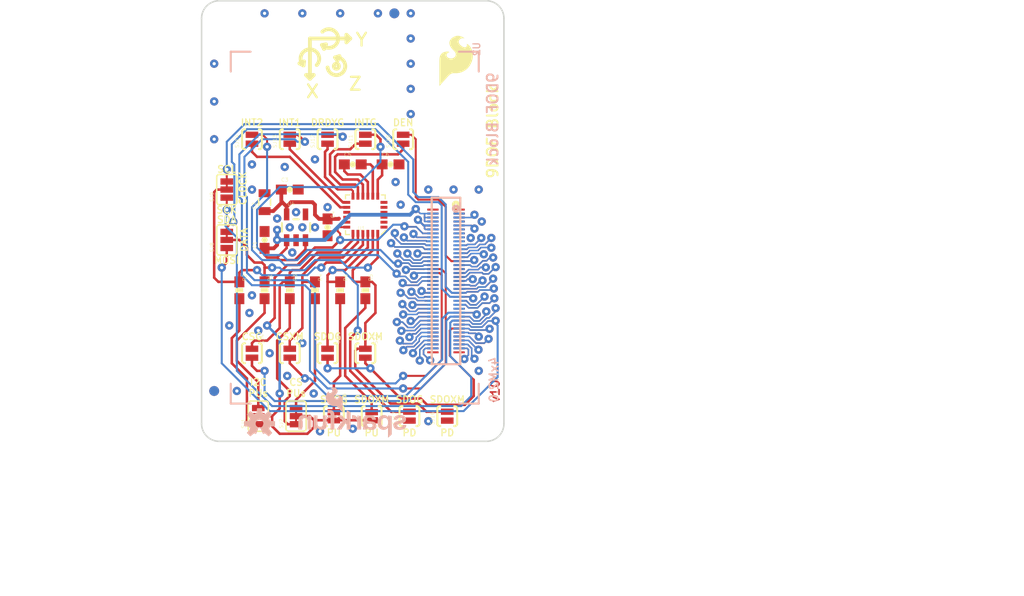
<source format=kicad_pcb>
(kicad_pcb (version 20211014) (generator pcbnew)
  (layers (0 "F.Cu" signal) (1 "In1.Cu" signal) (2 "In2.Cu" signal) (31 "B.Cu" signal) (34 "B.Paste" user) (35 "F.Paste" user) (36 "B.SilkS" user "B.Silkscreen") (37 "F.SilkS" user "F.Silkscreen") (38 "B.Mask" user) (39 "F.Mask" user) (44 "Edge.Cuts" user))
  (net 0 "")
  (net 1 "GND")
  (net 2 "VSYS")
  (net 3 "3.3V")
  (net 4 "GP183_PWM3")
  (net 5 "GP182_PWM2")
  (net 6 "GP13_PWM1")
  (net 7 "GP12_PWM0")
  (net 8 "GP14")
  (net 9 "GP15")
  (net 10 "GP49")
  (net 11 "GP48")
  (net 12 "GP47")
  (net 13 "GP46")
  (net 14 "GP45")
  (net 15 "GP165")
  (net 16 "GP44")
  (net 17 "PSW")
  (net 18 "FAULT")
  (net 19 "USB_VBUS")
  (net 20 "USB_DN")
  (net 21 "USB_DP")
  (net 22 "USB_ID")
  (net 23 "GP114_SPI_2_RXD")
  (net 24 "GP115_SPI_2_TXD")
  (net 25 "GP109_SPI_2_CLK")
  (net 26 "GP110_SPI_2_FS0")
  (net 27 "GP111_SPI_2_FS1")
  (net 28 "GP135_UART_2_TX")
  (net 29 "GP134_UART_2_RX")
  (net 30 "GP43_I2S_2_TXD")
  (net 31 "GP41_I2S_2_FS")
  (net 32 "GP40_I2S_2_CLK")
  (net 33 "GP42_I2S_2_RXD")
  (net 34 "GP28_I2C_6_SDA")
  (net 35 "GP27_I2C_6_SCL")
  (net 36 "GP20_I2C_1_SDA")
  (net 37 "GP19_I2C_1_SCL")
  (net 38 "GP131_UART_1_TX")
  (net 39 "GP130_UART_1_RX")
  (net 40 "GP129_UART_1_RTS")
  (net 41 "GP128_UART_1_CTS")
  (net 42 "GP84_SD_CLK_FB")
  (net 43 "GP78_SD_0_CLK")
  (net 44 "GP77_SD_0_CD#")
  (net 45 "GP79_SD_0_CMD")
  (net 46 "GP80_SD_0_DAT0")
  (net 47 "GP81_SD_0_DAT1")
  (net 48 "GP82_SD_0_DAT2")
  (net 49 "GP83_SD_0_DAT3")
  (net 50 "MSIC_SLP_CLK")
  (net 51 "RESET_OUT#")
  (net 52 "PWRBTN#")
  (net 53 "V_BAT_BKUP")
  (net 54 "1.8V")
  (net 55 "FW_RCVR")
  (net 56 "RCVR_MODE")
  (net 57 "OSC_CLK_OUT")
  (net 58 "N$1")
  (net 59 "N$2")
  (net 60 "N$3")
  (net 61 "SDA")
  (net 62 "SCL")
  (net 63 "N$6")
  (net 64 "N$7")
  (net 65 "INT2_XM")
  (net 66 "INT1_XM")
  (net 67 "DRDY_G")
  (net 68 "INT_G")
  (net 69 "DEN_G")
  (net 70 "CS_G")
  (net 71 "SDO_G")
  (net 72 "CS_XM")
  (net 73 "SDO_XM")
  (net 74 "N$4")
  (net 75 "N$5")
  (net 76 "N$12")
  (net 77 "N$13")
  (net 78 "3.3V_LOCAL")
  (net 79 "DCIN")
  (footprint "boardEagle:PAD-JUMPER-2-NO_YES_SILK" (layer "F.Cu") (at 149.7711 118.3386 -90)
    (fp_text reference "SJ7")
    (fp_text value "JUMPER-PAD-2-NOYES_SILK")
  )
  (footprint "boardEagle:LGA-24" (layer "F.Cu") (at 149.7711 104.3686 180)
    (fp_text reference "U1")
    (fp_text value "LSM9DS0")
  )
  (footprint "" (layer "F.Cu") (at 161.8361 125.3236)
    (fp_text reference "@HOLE0" hide)
    (fp_text value "")
  )
  (footprint "boardEagle:SOT23-5" (layer "F.Cu") (at 142.7861 105.6386)
    (fp_text reference "U4")
    (fp_text value "MIC52053.3V")
  )
  (footprint "boardEagle:0603-RES" (layer "F.Cu") (at 142.1511 111.9886 -90)
    (fp_text reference "R3")
    (fp_text value "10k")
  )
  (footprint "boardEagle:PAD-JUMPER-2-NO_YES_SILK" (layer "F.Cu") (at 142.1511 118.3386 -90)
    (fp_text reference "SJ5")
    (fp_text value "JUMPER-PAD-2-NOYES_SILK")
  )
  (footprint "boardEagle:0603-RES" (layer "F.Cu") (at 144.6911 111.9886 -90)
    (fp_text reference "R4")
    (fp_text value "10k")
  )
  (footprint "boardEagle:PAD-JUMPER-2-NO_YES_SILK" (layer "F.Cu") (at 145.9611 118.3386 -90)
    (fp_text reference "SJ6")
    (fp_text value "JUMPER-PAD-2-NOYES_SILK")
  )
  (footprint "boardEagle:SFE_LOGO_FLAME_.2" (layer "F.Cu") (at 156.8831 91.6686)
    (fp_text reference "LOGO1" hide)
    (fp_text value "SFE_LOGO_FLAME.2_INCH" hide)
  )
  (footprint "boardEagle:CREATIVE_COMMONS" (layer "F.Cu") (at 133.2611 142.4686)
    (fp_text reference "FRAME1" hide)
    (fp_text value "FRAME-LETTER" hide)
  )
  (footprint "boardEagle:PAD-JUMPER-2-NO_YES_SILK" (layer "F.Cu") (at 158.0261 124.6886 90)
    (fp_text reference "SJ16")
    (fp_text value "JUMPER-PAD-2-NOYES_SILK")
  )
  (footprint "boardEagle:PAD-JUMPER-2-NO_YES_SILK" (layer "F.Cu") (at 149.7711 96.7486 90)
    (fp_text reference "SJ11")
    (fp_text value "JUMPER-PAD-2-NOYES_SILK")
  )
  (footprint "boardEagle:0603-CAP" (layer "F.Cu") (at 145.9611 105.6386 -90)
    (fp_text reference "C4")
    (fp_text value "0.1uF")
  )
  (footprint "boardEagle:PAD-JUMPER-2-NC_BY_PASTE_YES_SILK" (layer "F.Cu") (at 146.5961 124.6886 -90)
    (fp_text reference "SJ15")
    (fp_text value "JUMPER-PAD-2-NC_BY_PASTE")
  )
  (footprint "boardEagle:PAD-JUMPER-2-NO_YES_SILK" (layer "F.Cu") (at 142.1511 96.7486 90)
    (fp_text reference "SJ13")
    (fp_text value "JUMPER-PAD-2-NOYES_SILK")
  )
  (footprint "boardEagle:0603-CAP" (layer "F.Cu") (at 142.1511 101.8286)
    (fp_text reference "C3")
    (fp_text value "1.0uF")
  )
  (footprint "boardEagle:FIDUCIAL-1X2" (layer "F.Cu") (at 152.6921 84.0486)
    (fp_text reference "FID2" hide)
    (fp_text value "FIDUCIAL1X2" hide)
  )
  (footprint "boardEagle:0603-RES" (layer "F.Cu") (at 149.7711 111.9886 -90)
    (fp_text reference "R5")
    (fp_text value "10k")
  )
  (footprint "boardEagle:CREATIVE_COMMONS" (layer "F.Cu") (at 133.2611 142.4686)
    (fp_text reference "FRAME2" hide)
    (fp_text value "FRAME-LETTER" hide)
  )
  (footprint "boardEagle:0603-RES" (layer "F.Cu") (at 139.6111 111.9886 -90)
    (fp_text reference "R1")
    (fp_text value "10K")
  )
  (footprint "" (layer "F.Cu") (at 135.1661 84.6836)
    (fp_text reference "@HOLE2" hide)
    (fp_text value "")
  )
  (footprint "boardEagle:0603-CAP" (layer "F.Cu") (at 139.6111 106.9086 90)
    (fp_text reference "C1")
    (fp_text value "1.0uF")
  )
  (footprint "boardEagle:PAD-JUMPER-3-3OF3_NC_BY_TRACE_YES_SILK_FULL_BOX" (layer "F.Cu") (at 142.7861 124.6886 90)
    (fp_text reference "SJ2")
    (fp_text value "")
  )
  (footprint "boardEagle:0805" (layer "F.Cu") (at 139.6111 103.0986 90)
    (fp_text reference "C2")
    (fp_text value "10uF")
  )
  (footprint "boardEagle:0603-CAP" (layer "F.Cu") (at 152.3111 99.2886)
    (fp_text reference "C6")
    (fp_text value "4.7uF")
  )
  (footprint "boardEagle:PAD-JUMPER-3-2OF3_NC_BY_TRACE_YES_SILK_FULL_BOX" (layer "F.Cu") (at 135.8011 101.8286 90)
    (fp_text reference "SJ9")
    (fp_text value "JUMPER-PAD-3-2OF3_NC_BY_TRACE_SMALL")
  )
  (footprint "boardEagle:0603-RES" (layer "F.Cu") (at 137.0711 111.9886 -90)
    (fp_text reference "R2")
    (fp_text value "10K")
  )
  (footprint "" (layer "F.Cu") (at 135.1661 125.3236)
    (fp_text reference "@HOLE1" hide)
    (fp_text value "")
  )
  (footprint "boardEagle:PAD-JUMPER-3-NO_YES_SILK" (layer "F.Cu") (at 138.9761 124.6886 90)
    (fp_text reference "SJ1")
    (fp_text value "JUMPER-PAD-3-NOYES_SILK")
  )
  (footprint "boardEagle:PAD-JUMPER-2-NC_BY_PASTE_YES_SILK" (layer "F.Cu") (at 150.4061 124.6886 -90)
    (fp_text reference "SJ3")
    (fp_text value "JUMPER-PAD-2-NC_BY_PASTE")
  )
  (footprint "boardEagle:0603-CAP" (layer "F.Cu") (at 148.5011 99.2886)
    (fp_text reference "C5")
    (fp_text value "0.22uF")
  )
  (footprint "boardEagle:PAD-JUMPER-2-NO_YES_SILK" (layer "F.Cu") (at 138.3411 96.7486 90)
    (fp_text reference "SJ14")
    (fp_text value "JUMPER-PAD-2-NOYES_SILK")
  )
  (footprint "boardEagle:PAD-JUMPER-2-NO_YES_SILK" (layer "F.Cu") (at 153.5811 96.7486 90)
    (fp_text reference "SJ10")
    (fp_text value "JUMPER-PAD-2-NOYES_SILK")
  )
  (footprint "boardEagle:FIDUCIAL-1X2" (layer "F.Cu") (at 134.5311 122.1486)
    (fp_text reference "FID1" hide)
    (fp_text value "FIDUCIAL1X2" hide)
  )
  (footprint "boardEagle:PAD-JUMPER-2-NO_YES_SILK" (layer "F.Cu") (at 154.2161 124.6886 90)
    (fp_text reference "SJ17")
    (fp_text value "JUMPER-PAD-2-NOYES_SILK")
  )
  (footprint "boardEagle:PAD-JUMPER-2-NO_YES_SILK" (layer "F.Cu") (at 138.3411 118.3386 -90)
    (fp_text reference "SJ4")
    (fp_text value "JUMPER-PAD-2-NOYES_SILK")
  )
  (footprint "" (layer "F.Cu") (at 161.8361 84.6836)
    (fp_text reference "@HOLE3" hide)
    (fp_text value "")
  )
  (footprint "boardEagle:0603-RES" (layer "F.Cu") (at 147.2311 111.9886 -90)
    (fp_text reference "R6")
    (fp_text value "10k")
  )
  (footprint "boardEagle:PAD-JUMPER-3-2OF3_NC_BY_TRACE_YES_SILK_FULL_BOX" (layer "F.Cu") (at 135.8011 106.9086 90)
    (fp_text reference "SJ8")
    (fp_text value "JUMPER-PAD-3-2OF3_NC_BY_TRACE_SMALL")
  )
  (footprint "boardEagle:PAD-JUMPER-2-NO_YES_SILK" (layer "F.Cu") (at 145.9611 96.7486 90)
    (fp_text reference "SJ12")
    (fp_text value "JUMPER-PAD-2-NOYES_SILK")
  )
  (footprint "boardEagle:SFE_LOGO_NAME_FLAME_.1" (layer "B.Cu") (at 154.3431 126.9746 180)
    (fp_text reference "LOGO3" hide)
    (fp_text value "SFE_LOGO_NAME_FLAME.1_INCH" hide)
  )
  (footprint "boardEagle:EDISON_DAUGHTER" (layer "B.Cu") (at 161.2011 123.4186 180)
    (fp_text reference "U2")
    (fp_text value "EDISON_CONNECTOR_FULLMOUNTING_HOLES" hide)
  )
  (footprint "boardEagle:FIDUCIAL-1X2" (layer "B.Cu") (at 134.5311 122.1486 180)
    (fp_text reference "FID4" hide)
    (fp_text value "FIDUCIAL1X2" hide)
  )
  (footprint "boardEagle:DF40C-70DP-0.4(51)" (layer "B.Cu") (at 157.9011 111.0488 90)
    (fp_text reference "U3" hide)
    (fp_text value "EDISON_CONNECTOR_FULLHEADER" hide)
  )
  (footprint "boardEagle:OSHW-LOGO-S" (layer "B.Cu") (at 139.1031 125.4506 180)
    (fp_text reference "LOGO2" hide)
    (fp_text value "OSHW-LOGOS" hide)
  )
  (footprint "boardEagle:FIDUCIAL-1X2" (layer "B.Cu") (at 152.6921 84.0486 180)
    (fp_text reference "FID3" hide)
    (fp_text value "FIDUCIAL1X2" hide)
  )
  (gr_line (start 145.404715 87.236254) (end 145.802009 87.17755) (layer "F.SilkS") (width 0.381))
  (gr_line (start 145.607021 87.638313) (end 145.404715 87.236254) (layer "F.SilkS") (width 0.381))
  (gr_line (start 145.802009 87.17755) (end 145.607021 87.638313) (layer "F.SilkS") (width 0.381))
  (gr_line (start 146.7231 88.4936) (end 146.9517 88.8238) (layer "F.SilkS") (width 0.381))
  (gr_circle (center 146.8501 89.3826) (end 146.9136 89.3826) (layer "F.SilkS") (width 0.381) (fill none))
  (gr_line (start 144.1831 90.6526) (end 143.8021 90.2716) (layer "F.SilkS") (width 0.381))
  (gr_arc (start 143.535446 89.303985) (mid 144.157837 87.679416) (end 144.866484 89.268257) (layer "F.SilkS") (width 0.381))
  (gr_line (start 144.1831 86.5886) (end 144.1831 90.6526) (layer "F.SilkS") (width 0.381))
  (gr_line (start 145.711221 87.24221) (end 145.61849 87.328985) (layer "F.SilkS") (width 0.127))
  (gr_line (start 143.59415 88.906691) (end 143.133387 89.101679) (layer "F.SilkS") (width 0.381))
  (gr_line (start 143.133387 89.101679) (end 143.535446 89.303985) (layer "F.SilkS") (width 0.381))
  (gr_line (start 146.9517 88.8238) (end 147.1549 88.3666) (layer "F.SilkS") (width 0.381))
  (gr_line (start 143.437953 89.073604) (end 143.311703 89.059822) (layer "F.SilkS") (width 0.254))
  (gr_line (start 144.1831 86.5886) (end 148.2471 86.5886) (layer "F.SilkS") (width 0.381))
  (gr_line (start 148.2471 86.5886) (end 147.8661 86.9696) (layer "F.SilkS") (width 0.381))
  (gr_line (start 143.535446 89.303985) (end 143.59415 88.906691) (layer "F.SilkS") (width 0.381))
  (gr_line (start 143.8021 90.2716) (end 144.5641 90.2716) (layer "F.SilkS") (width 0.381))
  (gr_line (start 146.9517 88.5952) (end 147.0533 88.519) (layer "F.SilkS") (width 0.381))
  (gr_arc (start 145.440443 85.905216) (mid 147.029284 86.613863) (end 145.404715 87.236254) (layer "F.SilkS") (width 0.381))
  (gr_line (start 143.52949 89.124479) (end 143.442715 89.21721) (layer "F.SilkS") (width 0.127))
  (gr_line (start 147.8661 86.2076) (end 148.2471 86.5886) (layer "F.SilkS") (width 0.381))
  (gr_line (start 144.5641 90.2716) (end 144.1831 90.6526) (layer "F.SilkS") (width 0.381))
  (gr_line (start 147.1549 88.3666) (end 146.7231 88.4936) (layer "F.SilkS") (width 0.381))
  (gr_line (start 145.762096 87.333747) (end 145.775878 87.459997) (layer "F.SilkS") (width 0.254))
  (gr_line (start 147.8661 86.9696) (end 147.8661 86.2076) (layer "F.SilkS") (width 0.381))
  (gr_line (start 146.8501 88.6206) (end 146.8501 88.4936) (layer "F.SilkS") (width 0.127))
  (gr_arc (start 146.7231 88.4936) (mid 147.56852 89.921415) (end 145.9611 89.5096) (layer "F.SilkS") (width 0.381))
  (gr_arc (start 163.7411 125.4506) (mid 163.220336 126.707836) (end 161.9631 127.2286) (layer "Edge.Cuts") (width 0.1524))
  (gr_arc (start 133.2611 84.5566) (mid 133.781864 83.299364) (end 135.0391 82.7786) (layer "Edge.Cuts") (width 0.1524))
  (gr_arc (start 135.0391 127.2286) (mid 133.781864 126.707836) (end 133.2611 125.4506) (layer "Edge.Cuts") (width 0.1524))
  (gr_line (start 163.7411 84.5566) (end 163.7411 125.4506) (layer "Edge.Cuts") (width 0.1524))
  (gr_line (start 161.9631 127.2286) (end 135.0391 127.2286) (layer "Edge.Cuts") (width 0.1524))
  (gr_arc (start 161.9631 82.7786) (mid 163.220336 83.299364) (end 163.7411 84.5566) (layer "Edge.Cuts") (width 0.1524))
  (gr_line (start 133.2611 125.4506) (end 133.2611 84.5566) (layer "Edge.Cuts") (width 0.1524))
  (gr_line (start 135.0391 82.7786) (end 161.9631 82.7786) (layer "Edge.Cuts") (width 0.1524))
  (gr_text "v10" (at 163.3601 123.4186 90) (layer "F.Cu") (effects (font (size 0.8636 0.8636) (thickness 0.1524)) (justify left bottom)))
  (gr_text "4xM2.0" (at 162.7251 121.0056 -270) (layer "B.SilkS") (effects (font (size 0.8636 0.8636) (thickness 0.1524)) (justify mirror)))
  (gr_text "9DOF Block" (at 163.2331 89.8906 -270) (layer "B.SilkS") (effects (font (size 1.0795 1.0795) (thickness 0.1905)) (justify left bottom mirror)))
  (gr_text "I2C\nPUs" (at 138.9761 122.7836) (layer "F.SilkS") (effects (font (size 0.69088 0.69088) (thickness 0.12192)) (justify bottom)))
  (gr_text "INT1" (at 142.1511 95.4786) (layer "F.SilkS") (effects (font (size 0.69088 0.69088) (thickness 0.12192)) (justify bottom)))
  (gr_text "DRDYG" (at 145.9611 95.4786) (layer "F.SilkS") (effects (font (size 0.69088 0.69088) (thickness 0.12192)) (justify bottom)))
  (gr_text "SDOG" (at 145.9611 117.0686) (layer "F.SilkS") (effects (font (size 0.69088 0.69088) (thickness 0.12192)) (justify bottom)))
  (gr_text "CS\nPUs" (at 142.7861 122.7836) (layer "F.SilkS") (effects (font (size 0.69088 0.69088) (thickness 0.12192)) (justify bottom)))
  (gr_text "X" (at 144.4371 91.9226) (layer "F.SilkS") (effects (font (size 1.2954 1.2954) (thickness 0.2286))))
  (gr_text "MOSI" (at 135.8011 108.5596) (layer "F.SilkS") (effects (font (size 0.69088 0.69088) (thickness 0.12192)) (justify top)))
  (gr_text "SDOG" (at 154.2161 123.4186) (layer "F.SilkS") (effects (font (size 0.69088 0.69088) (thickness 0.12192)) (justify bottom)))
  (gr_text "CSXM" (at 142.1511 117.0686) (layer "F.SilkS") (effects (font (size 0.69088 0.69088) (thickness 0.12192)) (justify bottom)))
  (gr_text "CSG" (at 138.3411 117.0686) (layer "F.SilkS") (effects (font (size 0.69088 0.69088) (thickness 0.12192)) (justify bottom)))
  (gr_text "9DOF Block" (at 163.2331 100.8126 90) (layer "F.SilkS") (effects (font (size 1.0795 1.0795) (thickness 0.1905)) (justify left bottom)))
  (gr_text "PD" (at 154.2161 125.9586) (layer "F.SilkS") (effects (font (size 0.69088 0.69088) (thickness 0.12192)) (justify top)))
  (gr_text "PU" (at 150.4061 125.9586) (layer "F.SilkS") (effects (font (size 0.69088 0.69088) (thickness 0.12192)) (justify top)))
  (gr_text "CLOCK" (at 137.8331 101.7016 90) (layer "F.SilkS") (effects (font (size 0.69088 0.69088) (thickness 0.12192)) (justify bottom)))
  (gr_text "PD" (at 158.0261 125.9586) (layer "F.SilkS") (effects (font (size 0.69088 0.69088) (thickness 0.12192)) (justify top)))
  (gr_text "SDOXM" (at 149.7711 117.0686) (layer "F.SilkS") (effects (font (size 0.69088 0.69088) (thickness 0.12192)) (justify bottom)))
  (gr_text "Z" (at 148.7551 91.1606) (layer "F.SilkS") (effects (font (size 1.2954 1.2954) (thickness 0.2286))))
  (gr_text "Y" (at 149.3901 86.7156) (layer "F.SilkS") (effects (font (size 1.2954 1.2954) (thickness 0.2286))))
  (gr_text "DATA" (at 137.9601 106.9086 90) (layer "F.SilkS") (effects (font (size 0.69088 0.69088) (thickness 0.12192)) (justify bottom)))
  (gr_text "SDOXM" (at 150.4061 123.4186) (layer "F.SilkS") (effects (font (size 0.69088 0.69088) (thickness 0.12192)) (justify bottom)))
  (gr_text "INTG" (at 149.7711 95.4786) (layer "F.SilkS") (effects (font (size 0.69088 0.69088) (thickness 0.12192)) (justify bottom)))
  (gr_text "SCL" (at 135.8011 100.1776) (layer "F.SilkS") (effects (font (size 0.69088 0.69088) (thickness 0.12192)) (justify bottom)))
  (gr_text "SCK" (at 135.8011 103.4796) (layer "F.SilkS") (effects (font (size 0.69088 0.69088) (thickness 0.12192)) (justify top)))
  (gr_text "DEN" (at 153.5811 95.4786) (layer "F.SilkS") (effects (font (size 0.69088 0.69088) (thickness 0.12192)) (justify bottom)))
  (gr_text "SDOG" (at 146.5961 123.4186) (layer "F.SilkS") (effects (font (size 0.69088 0.69088) (thickness 0.12192)) (justify bottom)))
  (gr_text "PU" (at 146.5961 125.9586) (layer "F.SilkS") (effects (font (size 0.69088 0.69088) (thickness 0.12192)) (justify top)))
  (gr_text "SDA" (at 135.8011 105.2576) (layer "F.SilkS") (effects (font (size 0.69088 0.69088) (thickness 0.12192)) (justify bottom)))
  (gr_text "SDOXM" (at 158.0261 123.4186) (layer "F.SilkS") (effects (font (size 0.69088 0.69088) (thickness 0.12192)) (justify bottom)))
  (gr_text "INT2" (at 138.3411 95.4786) (layer "F.SilkS") (effects (font (size 0.69088 0.69088) (thickness 0.12192)) (justify bottom)))
  (via (at 138.0871 114.2746) (size 0.8382) (drill 0.3302) (layers "F.Cu" "B.Cu") (net 1))
  (via (at 142.7861 104.1146) (size 0.8382) (drill 0.3302) (layers "F.Cu" "B.Cu") (net 1))
  (via (at 161.5059 105.0544) (size 0.8382) (drill 0.3302) (layers "F.Cu" "B.Cu") (net 1))
  (via (at 141.6431 99.5426) (size 0.8382) (drill 0.3302) (layers "F.Cu" "B.Cu") (net 1))
  (via (at 138.3411 99.2886) (size 0.8382) (drill 0.3302) (layers "F.Cu" "B.Cu") (net 1))
  (via (at 145.9611 103.6066) (size 0.8382) (drill 0.3302) (layers "F.Cu" "B.Cu") (net 1))
  (via (at 158.6611 101.8286) (size 0.8382) (drill 0.3302) (layers "F.Cu" "B.Cu") (net 1))
  (via (at 138.9761 116.0526) (size 0.8382) (drill 0.3302) (layers "F.Cu" "B.Cu") (net 1))
  (via (at 154.3431 84.0486) (size 0.8382) (drill 0.3302) (layers "F.Cu" "B.Cu") (net 1))
  (via (at 154.3431 89.1286) (size 0.8382) (drill 0.3302) (layers "F.Cu" "B.Cu") (net 1))
  (via (at 143.4211 84.0486) (size 0.8382) (drill 0.3302) (layers "F.Cu" "B.Cu") (net 1))
  (via (at 138.3411 112.4966) (size 0.8382) (drill 0.3302) (layers "F.Cu" "B.Cu") (net 1))
  (via (at 144.5641 122.4026) (size 0.8382) (drill 0.3302) (layers "F.Cu" "B.Cu") (net 1))
  (via (at 147.2311 84.0486) (size 0.8382) (drill 0.3302) (layers "F.Cu" "B.Cu") (net 1))
  (via (at 160.3883 106.7054) (size 0.8382) (drill 0.3302) (layers "F.Cu" "B.Cu") (net 1))
  (via (at 154.3431 94.2086) (size 0.8382) (drill 0.3302) (layers "F.Cu" "B.Cu") (net 1))
  (via (at 154.3431 91.6686) (size 0.8382) (drill 0.3302) (layers "F.Cu" "B.Cu") (net 1))
  (via (at 139.6111 84.0486) (size 0.8382) (drill 0.3302) (layers "F.Cu" "B.Cu") (net 1))
  (via (at 154.3431 86.5886) (size 0.8382) (drill 0.3302) (layers "F.Cu" "B.Cu") (net 1))
  (via (at 136.0551 115.5446) (size 0.8382) (drill 0.3302) (layers "F.Cu" "B.Cu") (net 1))
  (via (at 151.0411 84.0486) (size 0.8382) (drill 0.3302) (layers "F.Cu" "B.Cu") (net 1))
  (via (at 153.3271 103.3526) (size 0.8382) (drill 0.3302) (layers "F.Cu" "B.Cu") (net 1))
  (via (at 144.6911 98.7806) (size 0.8382) (drill 0.3302) (layers "F.Cu" "B.Cu") (net 1))
  (via (at 156.1211 125.1966) (size 0.8382) (drill 0.3302) (layers "F.Cu" "B.Cu") (net 1))
  (via (at 145.1991 126.2126) (size 0.8382) (drill 0.3302) (layers "F.Cu" "B.Cu") (net 1))
  (via (at 161.2011 120.1166) (size 0.8382) (drill 0.3302) (layers "F.Cu" "B.Cu") (net 1))
  (via (at 156.1211 101.8286) (size 0.8382) (drill 0.3302) (layers "F.Cu" "B.Cu") (net 1))
  (via (at 143.4211 117.3226) (size 0.8382) (drill 0.3302) (layers "F.Cu" "B.Cu") (net 1))
  (via (at 134.5311 92.9386) (size 0.8382) (drill 0.3302) (layers "F.Cu" "B.Cu") (net 1))
  (via (at 143.4211 105.6386) (size 0.8382) (drill 0.3302) (layers "F.Cu" "B.Cu") (net 1))
  (via (at 144.6911 105.6386) (size 0.8382) (drill 0.3302) (layers "F.Cu" "B.Cu") (net 1))
  (via (at 140.1191 118.3386) (size 0.8382) (drill 0.3302) (layers "F.Cu" "B.Cu") (net 1))
  (via (at 141.8971 120.6246) (size 0.8382) (drill 0.3302) (layers "F.Cu" "B.Cu") (net 1))
  (via (at 134.5311 89.1286) (size 0.8382) (drill 0.3302) (layers "F.Cu" "B.Cu") (net 1))
  (via (at 138.3411 101.8286) (size 0.8382) (drill 0.3302) (layers "F.Cu" "B.Cu") (net 1))
  (via (at 161.2011 101.8286) (size 0.8382) (drill 0.3302) (layers "F.Cu" "B.Cu") (net 1))
  (via (at 152.8191 101.0666) (size 0.8382) (drill 0.3302) (layers "F.Cu" "B.Cu") (net 1))
  (via (at 140.8811 104.7496) (size 0.8382) (drill 0.3302) (layers "F.Cu" "B.Cu") (net 1))
  (via (at 134.5311 96.7486) (size 0.8382) (drill 0.3302) (layers "F.Cu" "B.Cu") (net 1))
  (via (at 136.8171 122.1486) (size 0.8382) (drill 0.3302) (layers "F.Cu" "B.Cu") (net 1))
  (via (at 142.1511 105.6386) (size 0.8382) (drill 0.3302) (layers "F.Cu" "B.Cu") (net 1))
  (via (at 142.4051 108.1786) (size 0.8382) (drill 0.3302) (layers "F.Cu" "B.Cu") (net 1))
  (via (at 148.5011 125.9586) (size 0.8382) (drill 0.3302) (layers "F.Cu" "B.Cu") (net 1))
  (segment (start 156.5811 105.0488) (end 155.7853 105.0488) (width 0.1524) (layer "F.Cu") (net 2))
  (segment (start 140.8811 108.6866) (end 141.1351 108.9406) (width 0.254) (layer "F.Cu") (net 2))
  (segment (start 155.7853 105.0488) (end 155.7401 105.0036) (width 0.1524) (layer "F.Cu") (net 2))
  (segment (start 155.7401 104.2488) (end 155.3155 104.2488) (width 0.1524) (layer "F.Cu") (net 2))
  (segment (start 142.6591 108.9406) (end 143.7361 107.8636) (width 0.254) (layer "F.Cu") (net 2))
  (segment (start 143.7361 106.9387) (end 143.7361 107.8636) (width 0.254) (layer "F.Cu") (net 2))
  (segment (start 155.7401 105.0036) (end 155.7401 104.6226) (width 0.1524) (layer "F.Cu") (net 2))
  (segment (start 139.8651 108.6866) (end 140.8811 108.6866) (width 0.254) (layer "F.Cu") (net 2))
  (segment (start 140.8811 106.9086) (end 140.8811 105.8926) (width 0.381) (layer "F.Cu") (net 2))
  (segment (start 139.6111 108.4326) (end 139.8651 108.6866) (width 0.254) (layer "F.Cu") (net 2))
  (segment (start 141.1351 108.9406) (end 142.6591 108.9406) (width 0.254) (layer "F.Cu") (net 2))
  (segment (start 155.7663 104.6488) (end 155.7401 104.6226) (width 0.1524) (layer "F.Cu") (net 2))
  (segment (start 155.7401 104.6226) (end 155.7401 104.2488) (width 0.1524) (layer "F.Cu") (net 2))
  (segment (start 139.6111 107.7586) (end 140.5391 107.7586) (width 0.381) (layer "F.Cu") (net 2))
  (segment (start 141.8361 106.9387) (end 141.8361 107.7316) (width 0.254) (layer "F.Cu") (net 2))
  (segment (start 155.3155 104.2488) (end 154.8511 103.7844) (width 0.1524) (layer "F.Cu") (net 2))
  (segment (start 141.8361 107.7316) (end 140.8811 108.6866) (width 0.254) (layer "F.Cu") (net 2))
  (segment (start 139.6111 107.7586) (end 139.6111 107.9246) (width 0.508) (layer "F.Cu") (net 2))
  (segment (start 139.6111 108.4326) (end 139.6111 107.7586) (width 0.254) (layer "F.Cu") (net 2))
  (segment (start 156.5811 104.2488) (end 155.7401 104.2488) (width 0.1524) (layer "F.Cu") (net 2))
  (segment (start 140.5391 107.7586) (end 140.8811 107.4166) (width 0.381) (layer "F.Cu") (net 2))
  (segment (start 140.8811 107.4166) (end 140.8811 106.9086) (width 0.381) (layer "F.Cu") (net 2))
  (segment (start 156.5811 104.6488) (end 155.7663 104.6488) (width 0.1524) (layer "F.Cu") (net 2))
  (via (at 154.8511 103.7844) (size 0.8382) (drill 0.3302) (layers "F.Cu" "B.Cu") (net 2))
  (via (at 140.8811 106.9086) (size 0.8382) (drill 0.3302) (layers "F.Cu" "B.Cu") (net 2))
  (via (at 140.8811 105.8926) (size 0.8382) (drill 0.3302) (layers "F.Cu" "B.Cu") (net 2))
  (segment (start 156.5811 105.0486) (end 155.7851 105.0486) (width 0.1524) (layer "B.Cu") (net 2))
  (segment (start 154.2669 104.3686) (end 154.8511 103.7844) (width 0.381) (layer "B.Cu") (net 2))
  (segment (start 145.7071 106.9086) (end 140.8811 106.9086) (width 0.381) (layer "B.Cu") (net 2))
  (segment (start 155.7401 104.2486) (end 155.3153 104.2486) (width 0.1524) (layer "B.Cu") (net 2))
  (segment (start 155.7661 104.6486) (end 155.7401 104.6226) (width 0.1524) (layer "B.Cu") (net 2))
  (segment (start 155.7401 104.6226) (end 155.7401 104.2486) (width 0.1524) (layer "B.Cu") (net 2))
  (segment (start 140.8811 105.8926) (end 140.8811 106.9086) (width 0.381) (layer "B.Cu") (net 2))
  (segment (start 156.5811 104.2486) (end 155.7401 104.2486) (width 0.1524) (layer "B.Cu") (net 2))
  (segment (start 148.2471 104.3686) (end 145.7071 106.9086) (width 0.381) (layer "B.Cu") (net 2))
  (segment (start 148.2471 104.3686) (end 154.2669 104.3686) (width 0.381) (layer "B.Cu") (net 2))
  (segment (start 156.5811 104.6486) (end 155.7661 104.6486) (width 0.1524) (layer "B.Cu") (net 2))
  (segment (start 155.3153 104.2486) (end 154.8511 103.7844) (width 0.1524) (layer "B.Cu") (net 2))
  (segment (start 155.7851 105.0486) (end 155.7401 105.0036) (width 0.1524) (layer "B.Cu") (net 2))
  (segment (start 155.7401 105.0036) (end 155.7401 104.6226) (width 0.1524) (layer "B.Cu") (net 2))
  (segment (start 155.6519 105.4488) (end 156.5811 105.4488) (width 0.2032) (layer "F.Cu") (net 3))
  (segment (start 155.6004 105.3973) (end 155.6519 105.4488) (width 0.2032) (layer "F.Cu") (net 3))
  (segment (start 155.0797 104.8766) (end 155.6004 105.3973) (width 0.2032) (layer "F.Cu") (net 3))
  (segment (start 155.7401 105.537) (end 155.6004 105.3973) (width 0.1524) (layer "F.Cu") (net 3))
  (segment (start 156.5811 105.8488) (end 155.8233 105.8488) (width 0.1524) (layer "F.Cu") (net 3))
  (segment (start 155.7401 105.7656) (end 155.7401 105.537) (width 0.1524) (layer "F.Cu") (net 3))
  (segment (start 155.8233 105.8488) (end 155.7401 105.7656) (width 0.1524) (layer "F.Cu") (net 3))
  (via (at 155.0797 104.8766) (size 0.8382) (drill 0.3302) (layers "F.Cu" "B.Cu") (net 3))
  (segment (start 156.5811 105.8486) (end 155.8231 105.8486) (width 0.1524) (layer "B.Cu") (net 3))
  (segment (start 155.7401 105.4486) (end 155.6517 105.4486) (width 0.2032) (layer "B.Cu") (net 3))
  (segment (start 156.5811 105.4486) (end 155.7401 105.4486) (width 0.2032) (layer "B.Cu") (net 3))
  (segment (start 155.6517 105.4486) (end 155.0797 104.8766) (width 0.2032) (layer "B.Cu") (net 3))
  (segment (start 155.7401 105.7656) (end 155.7401 105.4486) (width 0.1524) (layer "B.Cu") (net 3))
  (segment (start 156.5811 105.4486) (end 156.5811 105.4488) (width 0.1524) (layer "B.Cu") (net 3))
  (segment (start 155.8231 105.8486) (end 155.7401 105.7656) (width 0.1524) (layer "B.Cu") (net 3))
  (segment (start 160.9979 111.8362) (end 159.8803 111.8362) (width 0.1524) (layer "F.Cu") (net 4))
  (segment (start 162.6489 110.8202) (end 162.6489 110.871) (width 0.1524) (layer "F.Cu") (net 4))
  (segment (start 159.8677 111.8488) (end 159.2211 111.8488) (width 0.1524) (layer "F.Cu") (net 4))
  (segment (start 159.8803 111.8362) (end 159.8677 111.8488) (width 0.1524) (layer "F.Cu") (net 4))
  (segment (start 162.6489 110.871) (end 161.8615 111.6584) (width 0.1524) (layer "F.Cu") (net 4))
  (segment (start 161.1757 111.6584) (end 160.9979 111.8362) (width 0.1524) (layer "F.Cu") (net 4))
  (segment (start 161.8615 111.6584) (end 161.1757 111.6584) (width 0.1524) (layer "F.Cu") (net 4))
  (via (at 162.6489 110.8202) (size 0.8382) (drill 0.3302) (layers "F.Cu" "B.Cu") (net 4))
  (segment (start 162.6489 110.871) (end 162.6489 110.8202) (width 0.1524) (layer "B.Cu") (net 4))
  (segment (start 161.1757 111.6584) (end 161.8615 111.6584) (width 0.1524) (layer "B.Cu") (net 4))
  (segment (start 159.8803 111.8362) (end 160.9979 111.8362) (width 0.1524) (layer "B.Cu") (net 4))
  (segment (start 159.2211 111.8486) (end 159.8679 111.8486) (width 0.1524) (layer "B.Cu") (net 4))
  (segment (start 159.8679 111.8486) (end 159.8803 111.8362) (width 0.1524) (layer "B.Cu") (net 4))
  (segment (start 161.8615 111.6584) (end 162.6489 110.871) (width 0.1524) (layer "B.Cu") (net 4))
  (segment (start 160.9979 111.8362) (end 161.1757 111.6584) (width 0.1524) (layer "B.Cu") (net 4))
  (segment (start 161.4043 110.998) (end 161.5821 110.998) (width 0.1524) (layer "F.Cu") (net 5))
  (segment (start 160.2803 111.4488) (end 160.3629 111.5314) (width 0.1524) (layer "F.Cu") (net 5))
  (segment (start 160.8709 111.5314) (end 161.4043 110.998) (width 0.1524) (layer "F.Cu") (net 5))
  (segment (start 159.2211 111.4488) (end 160.2803 111.4488) (width 0.1524) (layer "F.Cu") (net 5))
  (segment (start 160.3629 111.5314) (end 160.8709 111.5314) (width 0.1524) (layer "F.Cu") (net 5))
  (via (at 161.5821 110.998) (size 0.8382) (drill 0.3302) (layers "F.Cu" "B.Cu") (net 5))
  (segment (start 161.5821 110.998) (end 161.4043 110.998) (width 0.1524) (layer "B.Cu") (net 5))
  (segment (start 160.2801 111.4486) (end 159.2211 111.4486) (width 0.1524) (layer "B.Cu") (net 5))
  (segment (start 160.3629 111.5314) (end 160.2801 111.4486) (width 0.1524) (layer "B.Cu") (net 5))
  (segment (start 160.8709 111.5314) (end 160.3629 111.5314) (width 0.1524) (layer "B.Cu") (net 5))
  (segment (start 161.4043 110.998) (end 160.8709 111.5314) (width 0.1524) (layer "B.Cu") (net 5))
  (segment (start 162.1917 110.3376) (end 161.6583 110.3376) (width 0.1524) (layer "F.Cu") (net 6))
  (segment (start 161.6583 110.3376) (end 161.5313 110.2106) (width 0.1524) (layer "F.Cu") (net 6))
  (segment (start 162.8775 109.6518) (end 162.1917 110.3376) (width 0.1524) (layer "F.Cu") (net 6))
  (segment (start 162.9029 109.6518) (end 162.8775 109.6518) (width 0.1524) (layer "F.Cu") (net 6))
  (segment (start 160.3121 110.2106) (end 159.8739 110.6488) (width 0.1524) (layer "F.Cu") (net 6))
  (segment (start 161.5313 110.2106) (end 160.3121 110.2106) (width 0.1524) (layer "F.Cu") (net 6))
  (segment (start 159.8739 110.6488) (end 159.2211 110.6488) (width 0.1524) (layer "F.Cu") (net 6))
  (via (at 162.9029 109.6518) (size 0.8382) (drill 0.3302) (layers "F.Cu" "B.Cu") (net 6))
  (segment (start 161.6583 110.3376) (end 162.1917 110.3376) (width 0.1524) (layer "B.Cu") (net 6))
  (segment (start 159.8741 110.6486) (end 160.3121 110.2106) (width 0.1524) (layer "B.Cu") (net 6))
  (segment (start 162.1917 110.3376) (end 162.8775 109.6518) (width 0.1524) (layer "B.Cu") (net 6))
  (segment (start 160.3121 110.2106) (end 161.5313 110.2106) (width 0.1524) (layer "B.Cu") (net 6))
  (segment (start 161.5313 110.2106) (end 161.6583 110.3376) (width 0.1524) (layer "B.Cu") (net 6))
  (segment (start 162.8775 109.6518) (end 162.9029 109.6518) (width 0.1524) (layer "B.Cu") (net 6))
  (segment (start 159.2211 110.6486) (end 159.8741 110.6486) (width 0.1524) (layer "B.Cu") (net 6))
  (segment (start 159.2211 111.0488) (end 159.9057 111.0488) (width 0.1524) (layer "F.Cu") (net 7))
  (segment (start 159.9057 111.0488) (end 160.0835 110.871) (width 0.1524) (layer "F.Cu") (net 7))
  (segment (start 160.0835 110.871) (end 160.5915 110.871) (width 0.1524) (layer "F.Cu") (net 7))
  (via (at 160.5915 110.871) (size 0.8382) (drill 0.3302) (layers "F.Cu" "B.Cu") (net 7))
  (segment (start 160.0835 110.871) (end 159.9057 111.0488) (width 0.1524) (layer "B.Cu") (net 7))
  (segment (start 159.2213 111.0488) (end 159.2211 111.0486) (width 0.1524) (layer "B.Cu") (net 7))
  (segment (start 160.5915 110.871) (end 160.0835 110.871) (width 0.1524) (layer "B.Cu") (net 7))
  (segment (start 159.9057 111.0488) (end 159.2213 111.0488) (width 0.1524) (layer "B.Cu") (net 7))
  (segment (start 154.5209 113.4618) (end 154.5339 113.4488) (width 0.1524) (layer "F.Cu") (net 8))
  (segment (start 154.5339 113.4488) (end 156.5811 113.4488) (width 0.1524) (layer "F.Cu") (net 8))
  (via (at 154.5209 113.4618) (size 0.8382) (drill 0.3302) (layers "F.Cu" "B.Cu") (net 8))
  (segment (start 154.5341 113.4486) (end 154.5209 113.4618) (width 0.1524) (layer "B.Cu") (net 8))
  (segment (start 156.5811 113.4486) (end 154.5341 113.4486) (width 0.1524) (layer "B.Cu") (net 8))
  (segment (start 156.5811 112.2488) (end 155.6193 112.2488) (width 0.1524) (layer "F.Cu") (net 9))
  (segment (start 155.6193 112.2488) (end 155.4353 112.0648) (width 0.1524) (layer "F.Cu") (net 9))
  (via (at 155.4353 112.0648) (size 0.8382) (drill 0.3302) (layers "F.Cu" "B.Cu") (net 9))
  (segment (start 155.6191 112.2486) (end 156.5811 112.2486) (width 0.1524) (layer "B.Cu") (net 9))
  (segment (start 155.4353 112.0648) (end 155.6191 112.2486) (width 0.1524) (layer "B.Cu") (net 9))
  (segment (start 153.2001 110.5916) (end 152.9207 110.3122) (width 0.1524) (layer "F.Cu") (net 10))
  (segment (start 139.4151 96.2986) (end 139.8651 96.7486) (width 0.2032) (layer "F.Cu") (net 10))
  (segment (start 156.5811 110.6488) (end 155.464459 110.6488) (width 0.1524) (layer "F.Cu") (net 10))
  (segment (start 138.3411 96.2986) (end 139.4151 96.2986) (width 0.2032) (layer "F.Cu") (net 10))
  (segment (start 139.8651 96.7486) (end 139.8651 97.5106) (width 0.2032) (layer "F.Cu") (net 10))
  (segment (start 153.8097 110.5916) (end 153.2001 110.5916) (width 0.1524) (layer "F.Cu") (net 10))
  (segment (start 154.937459 111.1758) (end 154.3939 111.1758) (width 0.1524) (layer "F.Cu") (net 10))
  (segment (start 155.464459 110.6488) (end 154.937459 111.1758) (width 0.1524) (layer "F.Cu") (net 10))
  (segment (start 154.3939 111.1758) (end 153.8097 110.5916) (width 0.1524) (layer "F.Cu") (net 10))
  (via (at 139.8651 97.5106) (size 0.8382) (drill 0.3302) (layers "F.Cu" "B.Cu") (net 10))
  (via (at 152.9207 110.3122) (size 0.8382) (drill 0.3302) (layers "F.Cu" "B.Cu") (net 10))
  (segment (start 141.1351 108.9406) (end 139.3571 108.9406) (width 0.2032) (layer "B.Cu") (net 10))
  (segment (start 138.3411 103.6066) (end 138.3411 107.9246) (width 0.2032) (layer "B.Cu") (net 10))
  (segment (start 153.8097 110.5916) (end 154.3939 111.1758) (width 0.1524) (layer "B.Cu") (net 10))
  (segment (start 141.6431 109.4486) (end 141.1351 108.9406) (width 0.2032) (layer "B.Cu") (net 10))
  (segment (start 143.1671 109.4486) (end 144.1831 108.4326) (width 0.2032) (layer "B.Cu") (net 10))
  (segment (start 139.8651 102.0826) (end 139.8651 97.5106) (width 0.2032) (layer "B.Cu") (net 10))
  (segment (start 153.2001 110.5916) (end 153.8097 110.5916) (width 0.1524) (layer "B.Cu") (net 10))
  (segment (start 155.4799 110.6486) (end 156.5811 110.6486) (width 0.1524) (layer "B.Cu") (net 10))
  (segment (start 154.3939 111.1758) (end 154.9527 111.1758) (width 0.1524) (layer "B.Cu") (net 10))
  (segment (start 141.6431 109.4486) (end 143.1671 109.4486) (width 0.2032) (layer "B.Cu") (net 10))
  (segment (start 152.9207 110.3122) (end 153.2001 110.5916) (width 0.1524) (layer "B.Cu") (net 10))
  (segment (start 139.8651 102.0826) (end 138.3411 103.6066) (width 0.2032) (layer "B.Cu") (net 10))
  (segment (start 151.0411 108.4326) (end 152.9207 110.3122) (width 0.2032) (layer "B.Cu") (net 10))
  (segment (start 139.3571 108.9406) (end 138.3411 107.9246) (width 0.2032) (layer "B.Cu") (net 10))
  (segment (start 144.1831 108.4326) (end 151.0411 108.4326) (width 0.2032) (layer "B.Cu") (net 10))
  (segment (start 154.9527 111.1758) (end 155.4799 110.6486) (width 0.1524) (layer "B.Cu") (net 10))
  (segment (start 157.4673 119.0244) (end 155.8671 120.6246) (width 0.2032) (layer "F.Cu") (net 11))
  (segment (start 157.2515 110.2488) (end 157.4673 110.4646) (width 0.2032) (layer "F.Cu") (net 11))
  (segment (start 142.1511 96.2986) (end 142.9711 96.2986) (width 0.254) (layer "F.Cu") (net 11))
  (segment (start 154.9399 110.2488) (end 154.6733 110.5154) (width 0.1524) (layer "F.Cu") (net 11))
  (segment (start 156.5811 110.2488) (end 154.9399 110.2488) (width 0.1524) (layer "F.Cu") (net 11))
  (segment (start 156.5811 110.2488) (end 157.2515 110.2488) (width 0.2032) (layer "F.Cu") (net 11))
  (segment (start 142.9711 96.2986) (end 143.6751 97.0026) (width 0.254) (layer "F.Cu") (net 11))
  (segment (start 155.8671 120.6246) (end 153.5811 120.6246) (width 0.2032) (layer "F.Cu") (net 11))
  (segment (start 157.4673 110.4646) (end 157.4673 119.0244) (width 0.2032) (layer "F.Cu") (net 11))
  (via (at 143.6751 97.0026) (size 0.8382) (drill 0.3302) (layers "F.Cu" "B.Cu") (net 11))
  (via (at 153.5811 120.6246) (size 0.8382) (drill 0.3302) (layers "F.Cu" "B.Cu") (net 11))
  (via (at 154.6733 110.5154) (size 0.8382) (drill 0.3302) (layers "F.Cu" "B.Cu") (net 11))
  (segment (start 142.9131 97.0026) (end 143.6751 97.0026) (width 0.2032) (layer "B.Cu") (net 11))
  (segment (start 137.8331 102.5906) (end 137.5791 102.3366) (width 0.2032) (layer "B.Cu") (net 11))
  (segment (start 137.8331 102.5906) (end 137.8331 110.2106) (width 0.2032) (layer "B.Cu") (net 11))
  (segment (start 139.3571 96.7486) (end 142.6591 96.7486) (width 0.2032) (layer "B.Cu") (net 11))
  (segment (start 152.8191 121.3866) (end 153.5811 120.6246) (width 0.2032) (layer "B.Cu") (net 11))
  (segment (start 137.8331 110.2106) (end 138.5951 110.9726) (width 0.2032) (layer "B.Cu") (net 11))
  (segment (start 138.5951 110.9726) (end 143.9291 110.9726) (width 0.2032) (layer "B.Cu") (net 11))
  (segment (start 137.5791 98.5266) (end 139.3571 96.7486) (width 0.2032) (layer "B.Cu") (net 11))
  (segment (start 154.9401 110.2486) (end 154.6733 110.5154) (width 0.1524) (layer "B.Cu") (net 11))
  (segment (start 143.9291 110.9726) (end 144.6911 111.7346) (width 0.2032) (layer "B.Cu") (net 11))
  (segment (start 137.5791 102.3366) (end 137.5791 98.5266) (width 0.2032) (layer "B.Cu") (net 11))
  (segment (start 144.6911 119.8626) (end 146.2151 121.3866) (width 0.2032) (layer "B.Cu") (net 11))
  (segment (start 142.6591 96.7486) (end 142.9131 97.0026) (width 0.2032) (layer "B.Cu") (net 11))
  (segment (start 146.2151 121.3866) (end 152.8191 121.3866) (width 0.2032) (layer "B.Cu") (net 11))
  (segment (start 156.5811 110.2486) (end 154.9401 110.2486) (width 0.1524) (layer "B.Cu") (net 11))
  (segment (start 144.6911 111.7346) (end 144.6911 119.8626) (width 0.2032) (layer "B.Cu") (net 11))
  (segment (start 157.4357 109.8488) (end 157.8737 110.2868) (width 0.2032) (layer "F.Cu") (net 12))
  (segment (start 155.6955 109.8488) (end 155.6893 109.855) (width 0.1524) (layer "F.Cu") (net 12))
  (segment (start 156.5811 109.8488) (end 155.6955 109.8488) (width 0.1524) (layer "F.Cu") (net 12))
  (segment (start 153.9367 109.855) (end 153.8605 109.9312) (width 0.1524) (layer "F.Cu") (net 12))
  (segment (start 157.8737 110.2868) (end 157.8737 119.38) (width 0.2032) (layer "F.Cu") (net 12))
  (segment (start 155.6893 109.855) (end 153.9367 109.855) (width 0.1524) (layer "F.Cu") (net 12))
  (segment (start 155.3591 121.8946) (end 153.5811 121.8946) (width 0.2032) (layer "F.Cu") (net 12))
  (segment (start 157.8737 119.38) (end 155.3591 121.8946) (width 0.2032) (layer "F.Cu") (net 12))
  (segment (start 156.5811 109.8488) (end 157.4357 109.8488) (width 0.2032) (layer "F.Cu") (net 12))
  (segment (start 147.2891 96.2986) (end 147.4851 96.4946) (width 0.254) (layer "F.Cu") (net 12))
  (segment (start 145.9611 96.2986) (end 147.2891 96.2986) (width 0.254) (layer "F.Cu") (net 12))
  (via (at 153.8605 109.9312) (size 0.8382) (drill 0.3302) (layers "F.Cu" "B.Cu") (net 12))
  (via (at 147.4851 96.4946) (size 0.8382) (drill 0.3302) (layers "F.Cu" "B.Cu") (net 12))
  (via (at 153.5811 121.8946) (size 0.8382) (drill 0.3302) (layers "F.Cu" "B.Cu") (net 12))
  (segment (start 137.3251 110.4646) (end 138.3411 111.4806) (width 0.2032) (layer "B.Cu") (net 12))
  (segment (start 137.3251 102.8446) (end 137.0711 102.5906) (width 0.2032) (layer "B.Cu") (net 12))
  (segment (start 153.8605 109.9312) (end 153.9367 109.855) (width 0.1524) (layer "B.Cu") (net 12))
  (segment (start 155.6893 109.855) (end 155.6957 109.8486) (width 0.1524) (layer "B.Cu") (net 12))
  (segment (start 143.6751 111.4806) (end 138.3411 111.4806) (width 0.2032) (layer "B.Cu") (net 12))
  (segment (start 139.1031 96.2406) (end 137.0711 98.2726) (width 0.2032) (layer "B.Cu") (net 12))
  (segment (start 145.9611 121.8946) (end 153.5811 121.8946) (width 0.2032) (layer "B.Cu") (net 12))
  (segment (start 144.1831 120.1166) (end 144.1831 111.9886) (width 0.2032) (layer "B.Cu") (net 12))
  (segment (start 137.3251 102.8446) (end 137.3251 110.4646) (width 0.2032) (layer "B.Cu") (net 12))
  (segment (start 145.9611 121.8946) (end 144.1831 120.1166) (width 0.2032) (layer "B.Cu") (net 12))
  (segment (start 147.2311 96.2406) (end 147.4851 96.4946) (width 0.2032) (layer "B.Cu") (net 12))
  (segment (start 155.6957 109.8486) (end 156.5811 109.8486) (width 0.1524) (layer "B.Cu") (net 12))
  (segment (start 139.1031 96.2406) (end 147.2311 96.2406) (width 0.2032) (layer "B.Cu") (net 12))
  (segment (start 137.0711 102.5906) (end 137.0711 98.2726) (width 0.2032) (layer "B.Cu") (net 12))
  (segment (start 153.9367 109.855) (end 155.6893 109.855) (width 0.1524) (layer "B.Cu") (net 12))
  (segment (start 144.1831 111.9886) (end 143.6751 111.4806) (width 0.2032) (layer "B.Cu") (net 12))
  (segment (start 155.6637 109.4488) (end 155.5623 109.5502) (width 0.1524) (layer "F.Cu") (net 13))
  (segment (start 151.2951 96.7486) (end 151.2951 97.5106) (width 0.254) (layer "F.Cu") (net 13))
  (segment (start 153.1239 109.2454) (end 153.0731 109.2962) (width 0.1524) (layer "F.Cu") (net 13))
  (segment (start 150.8451 96.2986) (end 151.2951 96.7486) (width 0.254) (layer "F.Cu") (net 13))
  (segment (start 154.1145 109.2454) (end 153.1239 109.2454) (width 0.1524) (layer "F.Cu") (net 13))
  (segment (start 155.5623 109.5502) (end 154.4193 109.5502) (width 0.1524) (layer "F.Cu") (net 13))
  (segment (start 149.7711 96.2986) (end 150.8451 96.2986) (width 0.254) (layer "F.Cu") (net 13))
  (segment (start 154.4193 109.5502) (end 154.1145 109.2454) (width 0.1524) (layer "F.Cu") (net 13))
  (segment (start 156.5811 109.4488) (end 155.6637 109.4488) (width 0.1524) (layer "F.Cu") (net 13))
  (via (at 151.2951 97.5106) (size 0.8382) (drill 0.3302) (layers "F.Cu" "B.Cu") (net 13))
  (via (at 153.0731 109.2962) (size 0.8382) (drill 0.3302) (layers "F.Cu" "B.Cu") (net 13))
  (segment (start 143.9291 107.9246) (end 151.2951 107.9246) (width 0.2032) (layer "B.Cu") (net 13))
  (segment (start 139.6111 108.4326) (end 138.8491 107.6706) (width 0.2032) (layer "B.Cu") (net 13))
  (segment (start 138.8491 103.8606) (end 141.1351 101.5746) (width 0.2032) (layer "B.Cu") (net 13))
  (segment (start 141.8971 108.9406) (end 142.9131 108.9406) (width 0.2032) (layer "B.Cu") (net 13))
  (segment (start 142.9131 108.9406) (end 143.9291 107.9246) (width 0.2032) (layer "B.Cu") (net 13))
  (segment (start 155.5623 109.5502) (end 155.6639 109.4486) (width 0.1524) (layer "B.Cu") (net 13))
  (segment (start 153.1239 109.2454) (end 153.0731 109.2962) (width 0.2032) (layer "B.Cu") (net 13))
  (segment (start 154.4193 109.5502) (end 155.5623 109.5502) (width 0.1524) (layer "B.Cu") (net 13))
  (segment (start 155.6639 109.4486) (end 156.5811 109.4486) (width 0.1524) (layer "B.Cu") (net 13))
  (segment (start 141.1351 101.5746) (end 148.7551 101.5746) (width 0.2032) (layer "B.Cu") (net 13))
  (segment (start 154.1145 109.2454) (end 154.4193 109.5502) (width 0.1524) (layer "B.Cu") (net 13))
  (segment (start 153.0223 109.2454) (end 153.0731 109.2962) (width 0.2032) (layer "B.Cu") (net 13))
  (segment (start 141.8971 108.9406) (end 141.3891 108.4326) (width 0.2032) (layer "B.Cu") (net 13))
  (segment (start 141.3891 108.4326) (end 139.6111 108.4326) (width 0.2032) (layer "B.Cu") (net 13))
  (segment (start 151.2951 97.5106) (end 151.2951 99.0346) (width 0.2032) (layer "B.Cu") (net 13))
  (segment (start 151.2951 99.0346) (end 148.7551 101.5746) (width 0.2032) (layer "B.Cu") (net 13))
  (segment (start 153.1239 109.2454) (end 154.1145 109.2454) (width 0.1524) (layer "B.Cu") (net 13))
  (segment (start 138.8491 103.8606) (end 138.8491 107.6706) (width 0.2032) (layer "B.Cu") (net 13))
  (segment (start 153.0223 109.2454) (end 152.6159 109.2454) (width 0.2032) (layer "B.Cu") (net 13))
  (segment (start 152.6159 109.2454) (end 151.2951 107.9246) (width 0.2032) (layer "B.Cu") (net 13))
  (segment (start 153.6573 108.9406) (end 154.2415 108.9406) (width 0.1524) (layer "F.Cu") (net 14))
  (segment (start 155.4353 109.2454) (end 155.6319 109.0488) (width 0.1524) (layer "F.Cu") (net 14))
  (segment (start 154.5463 109.2454) (end 155.4353 109.2454) (width 0.1524) (layer "F.Cu") (net 14))
  (segment (start 154.2415 108.9406) (end 154.5463 109.2454) (width 0.1524) (layer "F.Cu") (net 14))
  (segment (start 155.6319 109.0488) (end 156.5811 109.0488) (width 0.1524) (layer "F.Cu") (net 14))
  (segment (start 152.9969 108.2802) (end 153.6573 108.9406) (width 0.1524) (layer "F.Cu") (net 14))
  (via (at 152.9969 108.2802) (size 0.8382) (drill 0.3302) (layers "F.Cu" "B.Cu") (net 14))
  (segment (start 154.5463 109.2454) (end 154.2415 108.9406) (width 0.1524) (layer "B.Cu") (net 14))
  (segment (start 155.6321 109.0486) (end 155.4353 109.2454) (width 0.1524) (layer "B.Cu") (net 14))
  (segment (start 153.6573 108.9406) (end 152.9969 108.2802) (width 0.1524) (layer "B.Cu") (net 14))
  (segment (start 155.4353 109.2454) (end 154.5463 109.2454) (width 0.1524) (layer "B.Cu") (net 14))
  (segment (start 154.2415 108.9406) (end 153.6573 108.9406) (width 0.1524) (layer "B.Cu") (net 14))
  (segment (start 156.5811 109.0486) (end 155.6321 109.0486) (width 0.1524) (layer "B.Cu") (net 14))
  (segment (start 154.8511 96.7486) (end 154.8511 102.5906) (width 0.2032) (layer "F.Cu") (net 15))
  (segment (start 154.8511 102.5906) (end 155.1051 102.8446) (width 0.2032) (layer "F.Cu") (net 15))
  (segment (start 153.5811 96.2986) (end 154.4011 96.2986) (width 0.2032) (layer "F.Cu") (net 15))
  (segment (start 160.7439 108.9406) (end 160.6357 109.0488) (width 0.1524) (layer "F.Cu") (net 15))
  (segment (start 157.1371 102.8446) (end 157.8737 103.5812) (width 0.2032) (layer "F.Cu") (net 15))
  (segment (start 160.6357 109.0488) (end 159.2211 109.0488) (width 0.1524) (layer "F.Cu") (net 15))
  (segment (start 154.4011 96.2986) (end 154.8511 96.7486) (width 0.2032) (layer "F.Cu") (net 15))
  (segment (start 157.8737 103.5812) (end 157.8737 108.4834) (width 0.2032) (layer "F.Cu") (net 15))
  (segment (start 157.8737 108.4834) (end 158.4391 109.0488) (width 0.2032) (layer "F.Cu") (net 15))
  (segment (start 159.2211 109.0488) (end 158.4391 109.0488) (width 0.2032) (layer "F.Cu") (net 15))
  (segment (start 155.1051 102.8446) (end 157.1371 102.8446) (width 0.2032) (layer "F.Cu") (net 15))
  (via (at 160.7439 108.9406) (size 0.8382) (drill 0.3302) (layers "F.Cu" "B.Cu") (net 15))
  (segment (start 159.2211 109.0486) (end 160.6359 109.0486) (width 0.1524) (layer "B.Cu") (net 15))
  (segment (start 160.6359 109.0486) (end 160.7439 108.9406) (width 0.1524) (layer "B.Cu") (net 15))
  (segment (start 156.5811 108.6488) (end 155.6001 108.6488) (width 0.1524) (layer "F.Cu") (net 16))
  (segment (start 155.3083 108.9406) (end 154.6733 108.9406) (width 0.1524) (layer "F.Cu") (net 16))
  (segment (start 155.6001 108.6488) (end 155.3083 108.9406) (width 0.1524) (layer "F.Cu") (net 16))
  (segment (start 154.6733 108.9406) (end 154.0129 108.2802) (width 0.1524) (layer "F.Cu") (net 16))
  (via (at 154.0129 108.2802) (size 0.8382) (drill 0.3302) (layers "F.Cu" "B.Cu") (net 16))
  (segment (start 155.6003 108.6486) (end 156.5811 108.6486) (width 0.1524) (layer "B.Cu") (net 16))
  (segment (start 154.0129 108.2802) (end 154.6733 108.9406) (width 0.1524) (layer "B.Cu") (net 16))
  (segment (start 154.6733 108.9406) (end 155.3083 108.9406) (width 0.1524) (layer "B.Cu") (net 16))
  (segment (start 155.3083 108.9406) (end 155.6003 108.6486) (width 0.1524) (layer "B.Cu") (net 16))
  (segment (start 161.1249 107.9754) (end 160.3121 107.9754) (width 0.1524) (layer "F.Cu") (net 17))
  (segment (start 161.4297 107.6706) (end 161.1249 107.9754) (width 0.1524) (layer "F.Cu") (net 17))
  (segment (start 162.4711 107.696) (end 162.4457 107.6706) (width 0.1524) (layer "F.Cu") (net 17))
  (segment (start 162.4457 107.6706) (end 161.4297 107.6706) (width 0.1524) (layer "F.Cu") (net 17))
  (segment (start 160.0387 108.2488) (end 159.2211 108.2488) (width 0.1524) (layer "F.Cu") (net 17))
  (segment (start 160.3121 107.9754) (end 160.0387 108.2488) (width 0.1524) (layer "F.Cu") (net 17))
  (via (at 162.4711 107.696) (size 0.8382) (drill 0.3302) (layers "F.Cu" "B.Cu") (net 17))
  (segment (start 161.4297 107.6706) (end 162.4457 107.6706) (width 0.1524) (layer "B.Cu") (net 17))
  (segment (start 162.4457 107.6706) (end 162.4711 107.696) (width 0.1524) (layer "B.Cu") (net 17))
  (segment (start 159.2211 108.2486) (end 160.0389 108.2486) (width 0.1524) (layer "B.Cu") (net 17))
  (segment (start 161.1249 107.9754) (end 161.4297 107.6706) (width 0.1524) (layer "B.Cu") (net 17))
  (segment (start 160.0389 108.2486) (end 160.3121 107.9754) (width 0.1524) (layer "B.Cu") (net 17))
  (segment (start 160.3121 107.9754) (end 161.1249 107.9754) (width 0.1524) (layer "B.Cu") (net 17))
  (segment (start 159.2211 107.8488) (end 160.0069 107.8488) (width 0.1524) (layer "F.Cu") (net 18))
  (segment (start 160.9979 107.6706) (end 161.3027 107.3658) (width 0.1524) (layer "F.Cu") (net 18))
  (segment (start 160.0069 107.8488) (end 160.1851 107.6706) (width 0.1524) (layer "F.Cu") (net 18))
  (segment (start 160.1851 107.6706) (end 160.9979 107.6706) (width 0.1524) (layer "F.Cu") (net 18))
  (segment (start 161.3027 107.3658) (end 161.8107 107.3658) (width 0.1524) (layer "F.Cu") (net 18))
  (segment (start 161.8107 107.3658) (end 162.4711 106.7054) (width 0.1524) (layer "F.Cu") (net 18))
  (via (at 162.4711 106.7054) (size 0.8382) (drill 0.3302) (layers "F.Cu" "B.Cu") (net 18))
  (segment (start 161.8107 107.3658) (end 161.3027 107.3658) (width 0.1524) (layer "B.Cu") (net 18))
  (segment (start 161.3027 107.3658) (end 160.9979 107.6706) (width 0.1524) (layer "B.Cu") (net 18))
  (segment (start 160.9979 107.6706) (end 160.1851 107.6706) (width 0.1524) (layer "B.Cu") (net 18))
  (segment (start 160.0071 107.8486) (end 159.2211 107.8486) (width 0.1524) (layer "B.Cu") (net 18))
  (segment (start 162.4711 106.7054) (end 161.8107 107.3658) (width 0.1524) (layer "B.Cu") (net 18))
  (segment (start 160.1851 107.6706) (end 160.0071 107.8486) (width 0.1524) (layer "B.Cu") (net 18))
  (segment (start 152.7429 107.6198) (end 155.5369 107.6198) (width 0.1524) (layer "F.Cu") (net 19))
  (segment (start 155.5369 107.6198) (end 155.7659 107.8488) (width 0.1524) (layer "F.Cu") (net 19))
  (segment (start 155.7659 107.8488) (end 156.5811 107.8488) (width 0.1524) (layer "F.Cu") (net 19))
  (segment (start 152.3619 107.2388) (end 152.7429 107.6198) (width 0.1524) (layer "F.Cu") (net 19))
  (via (at 152.3619 107.2388) (size 0.8382) (drill 0.3302) (layers "F.Cu" "B.Cu") (net 19))
  (segment (start 152.7429 107.6198) (end 152.3619 107.2388) (width 0.1524) (layer "B.Cu") (net 19))
  (segment (start 155.7657 107.8486) (end 155.5369 107.6198) (width 0.1524) (layer "B.Cu") (net 19))
  (segment (start 156.5811 107.8486) (end 155.7657 107.8486) (width 0.1524) (layer "B.Cu") (net 19))
  (segment (start 155.5369 107.6198) (end 152.7429 107.6198) (width 0.1524) (layer "B.Cu") (net 19))
  (segment (start 156.5811 107.4488) (end 155.8993 107.4488) (width 0.1524) (layer "F.Cu") (net 20))
  (segment (start 155.7655 107.315) (end 153.3779 107.315) (width 0.1524) (layer "F.Cu") (net 20))
  (segment (start 152.7429 106.68) (end 152.7429 106.2228) (width 0.1524) (layer "F.Cu") (net 20))
  (segment (start 155.8993 107.4488) (end 155.7655 107.315) (width 0.1524) (layer "F.Cu") (net 20))
  (segment (start 153.3779 107.315) (end 152.7429 106.68) (width 0.1524) (layer "F.Cu") (net 20))
  (via (at 152.7429 106.2228) (size 0.8382) (drill 0.3302) (layers "F.Cu" "B.Cu") (net 20))
  (segment (start 155.8991 107.4486) (end 156.5811 107.4486) (width 0.1524) (layer "B.Cu") (net 20))
  (segment (start 152.7429 106.68) (end 153.3779 107.315) (width 0.1524) (layer "B.Cu") (net 20))
  (segment (start 152.7429 106.2228) (end 152.7429 106.68) (width 0.1524) (layer "B.Cu") (net 20))
  (segment (start 153.3779 107.315) (end 155.7655 107.315) (width 0.1524) (layer "B.Cu") (net 20))
  (segment (start 155.7655 107.315) (end 155.8991 107.4486) (width 0.1524) (layer "B.Cu") (net 20))
  (segment (start 153.6573 106.6546) (end 153.9875 106.9848) (width 0.1524) (layer "F.Cu") (net 21))
  (segment (start 155.8925 106.9848) (end 155.9565 107.0488) (width 0.1524) (layer "F.Cu") (net 21))
  (segment (start 155.9565 107.0488) (end 156.5811 107.0488) (width 0.1524) (layer "F.Cu") (net 21))
  (segment (start 153.9875 106.9848) (end 155.8925 106.9848) (width 0.1524) (layer "F.Cu") (net 21))
  (via (at 153.6573 106.6546) (size 0.8382) (drill 0.3302) (layers "F.Cu" "B.Cu") (net 21))
  (segment (start 156.5811 107.0486) (end 155.9563 107.0486) (width 0.1524) (layer "B.Cu") (net 21))
  (segment (start 153.9875 106.9848) (end 153.6573 106.6546) (width 0.1524) (layer "B.Cu") (net 21))
  (segment (start 155.9563 107.0486) (end 155.8925 106.9848) (width 0.1524) (layer "B.Cu") (net 21))
  (segment (start 155.8925 106.9848) (end 153.9875 106.9848) (width 0.1524) (layer "B.Cu") (net 21))
  (segment (start 160.4899 104.6488) (end 159.2211 104.6488) (width 0.1524) (layer "F.Cu") (net 22))
  (segment (start 160.7701 104.3686) (end 160.4899 104.6488) (width 0.1524) (layer "F.Cu") (net 22))
  (via (at 160.7701 104.3686) (size 0.8382) (drill 0.3302) (layers "F.Cu" "B.Cu") (net 22))
  (segment (start 160.4901 104.6486) (end 160.7701 104.3686) (width 0.1524) (layer "B.Cu") (net 22))
  (segment (start 159.2211 104.6486) (end 160.4901 104.6486) (width 0.1524) (layer "B.Cu") (net 22))
  (segment (start 155.3591 122.9106) (end 155.9941 123.5456) (width 0.254) (layer "F.Cu") (net 23))
  (segment (start 155.9941 123.5456) (end 159.8041 123.5456) (width 0.254) (layer "F.Cu") (net 23))
  (segment (start 160.1845 115.8488) (end 160.3375 116.0018) (width 0.1524) (layer "F.Cu") (net 23))
  (segment (start 158.2801 118.5926) (end 158.2801 116.0526) (width 0.2032) (layer "F.Cu") (net 23))
  (segment (start 159.2211 115.8488) (end 160.1845 115.8488) (width 0.1524) (layer "F.Cu") (net 23))
  (segment (start 159.2205 115.8494) (end 159.2211 115.8488) (width 0.2032) (layer "F.Cu") (net 23))
  (segment (start 158.2801 116.0526) (end 158.4833 115.8494) (width 0.2032) (layer "F.Cu") (net 23))
  (segment (start 160.6931 121.0056) (end 158.2801 118.5926) (width 0.2032) (layer "F.Cu") (net 23))
  (segment (start 150.2791 119.8626) (end 153.3271 122.9106) (width 0.254) (layer "F.Cu") (net 23))
  (segment (start 160.3375 116.0018) (end 162.1663 116.0018) (width 0.1524) (layer "F.Cu") (net 23))
  (segment (start 158.4833 115.8494) (end 159.2205 115.8494) (width 0.2032) (layer "F.Cu") (net 23))
  (segment (start 149.7711 119.3546) (end 150.2791 119.8626) (width 0.254) (layer "F.Cu") (net 23))
  (segment (start 159.8041 123.5456) (end 160.6931 122.6566) (width 0.254) (layer "F.Cu") (net 23))
  (segment (start 153.3271 122.9106) (end 155.3591 122.9106) (width 0.254) (layer "F.Cu") (net 23))
  (segment (start 162.1663 116.0018) (end 162.2933 115.8748) (width 0.1524) (layer "F.Cu") (net 23))
  (segment (start 149.7711 118.7886) (end 149.7711 119.3546) (width 0.254) (layer "F.Cu") (net 23))
  (segment (start 160.6931 122.6566) (end 160.6931 121.0056) (width 0.254) (layer "F.Cu") (net 23))
  (segment (start 145.9611 118.7886) (end 145.9611 119.8626) (width 0.254) (layer "F.Cu") (net 23))
  (via (at 162.2933 115.8748) (size 0.8382) (drill 0.3302) (layers "F.Cu" "B.Cu") (net 23))
  (via (at 150.2791 119.8626) (size 0.8382) (drill 0.3302) (layers "F.Cu" "B.Cu") (net 23))
  (via (at 145.9611 119.8626) (size 0.8382) (drill 0.3302) (layers "F.Cu" "B.Cu") (net 23))
  (segment (start 160.1843 115.8486) (end 160.3375 116.0018) (width 0.1524) (layer "B.Cu") (net 23))
  (segment (start 160.1843 115.8486) (end 159.2211 115.8486) (width 0.1524) (layer "B.Cu") (net 23))
  (segment (start 162.1663 116.0018) (end 162.2933 115.8748) (width 0.1524) (layer "B.Cu") (net 23))
  (segment (start 160.3375 116.0018) (end 162.1663 116.0018) (width 0.1524) (layer "B.Cu") (net 23))
  (segment (start 145.9611 119.8626) (end 150.2791 119.8626) (width 0.2032) (layer "B.Cu") (net 23))
  (segment (start 160.2163 115.4488) (end 159.2211 115.4488) (width 0.1524) (layer "F.Cu") (net 24))
  (segment (start 135.8011 109.1946) (end 135.2931 109.7026) (width 0.254) (layer "F.Cu") (net 24))
  (segment (start 161.5313 115.697) (end 160.4645 115.697) (width 0.1524) (layer "F.Cu") (net 24))
  (segment (start 162.1409 115.0874) (end 161.5313 115.697) (width 0.1524) (layer "F.Cu") (net 24))
  (segment (start 135.8011 107.7214) (end 135.8011 109.1946) (width 0.254) (layer "F.Cu") (net 24))
  (segment (start 162.8775 115.0874) (end 162.9029 115.062) (width 0.1524) (layer "F.Cu") (net 24))
  (segment (start 160.4645 115.697) (end 160.2163 115.4488) (width 0.1524) (layer "F.Cu") (net 24))
  (segment (start 162.1409 115.0874) (end 162.8775 115.0874) (width 0.1524) (layer "F.Cu") (net 24))
  (via (at 162.9029 115.062) (size 0.8382) (drill 0.3302) (layers "F.Cu" "B.Cu") (net 24))
  (via (at 135.2931 109.7026) (size 0.8382) (drill 0.3302) (layers "F.Cu" "B.Cu") (net 24))
  (segment (start 162.8775 115.0874) (end 162.8775 115.316) (width 0.2032) (layer "B.Cu") (net 24))
  (segment (start 162.8775 115.316) (end 163.1061 115.5446) (width 0.2032) (layer "B.Cu") (net 24))
  (segment (start 162.8775 115.062) (end 162.8521 115.0874) (width 0.1524) (layer "B.Cu") (net 24))
  (segment (start 161.5313 115.697) (end 162.1409 115.0874) (width 0.1524) (layer "B.Cu") (net 24))
  (segment (start 140.1191 124.1806) (end 135.2931 119.3546) (width 0.2032) (layer "B.Cu") (net 24))
  (segment (start 162.8521 115.0874) (end 162.1409 115.0874) (width 0.1524) (layer "B.Cu") (net 24))
  (segment (start 160.4645 115.697) (end 161.5313 115.697) (width 0.1524) (layer "B.Cu") (net 24))
  (segment (start 163.1061 120.7516) (end 159.6771 124.1806) (width 0.2032) (layer "B.Cu") (net 24))
  (segment (start 163.1061 115.5446) (end 163.1061 120.7516) (width 0.2032) (layer "B.Cu") (net 24))
  (segment (start 159.6771 124.1806) (end 140.1191 124.1806) (width 0.2032) (layer "B.Cu") (net 24))
  (segment (start 159.2211 115.4486) (end 160.2161 115.4486) (width 0.1524) (layer "B.Cu") (net 24))
  (segment (start 162.9029 115.062) (end 162.8775 115.062) (width 0.1524) (layer "B.Cu") (net 24))
  (segment (start 160.2161 115.4486) (end 160.4645 115.697) (width 0.1524) (layer "B.Cu") (net 24))
  (segment (start 135.2931 119.3546) (end 135.2931 109.7026) (width 0.2032) (layer "B.Cu") (net 24))
  (segment (start 162.9029 115.062) (end 162.8775 115.0874) (width 0.1524) (layer "B.Cu") (net 24))
  (segment (start 162.9029 114.1222) (end 162.9029 113.792) (width 0.1524) (layer "F.Cu") (net 25))
  (segment (start 159.2211 115.0488) (end 160.2481 115.0488) (width 0.1524) (layer "F.Cu") (net 25))
  (segment (start 135.8011 102.6414) (end 135.8011 103.8606) (width 0.2032) (layer "F.Cu") (net 25))
  (segment (start 161.4043 115.3922) (end 162.0139 114.7826) (width 0.1524) (layer "F.Cu") (net 25))
  (segment (start 162.0139 114.7826) (end 162.2425 114.7826) (width 0.1524) (layer "F.Cu") (net 25))
  (segment (start 160.5915 115.3922) (end 161.4043 115.3922) (width 0.1524) (layer "F.Cu") (net 25))
  (segment (start 162.2425 114.7826) (end 162.9029 114.1222) (width 0.1524) (layer "F.Cu") (net 25))
  (segment (start 160.2481 115.0488) (end 160.5915 115.3922) (width 0.1524) (layer "F.Cu") (net 25))
  (via (at 162.9029 113.792) (size 0.8382) (drill 0.3302) (layers "F.Cu" "B.Cu") (net 25))
  (via (at 135.8011 103.8606) (size 0.8382) (drill 0.3302) (layers "F.Cu" "B.Cu") (net 25))
  (segment (start 135.8011 104.4956) (end 135.8011 103.8606) (width 0.2032) (layer "B.Cu") (net 25))
  (segment (start 160.2479 115.0486) (end 159.2211 115.0486) (width 0.1524) (layer "B.Cu") (net 25))
  (segment (start 135.6741 104.6226) (end 135.8011 104.4956) (width 0.2032) (layer "B.Cu") (net 25))
  (segment (start 135.6741 105.5116) (end 136.8171 106.6546) (width 0.2032) (layer "B.Cu") (net 25))
  (segment (start 161.4043 115.3922) (end 160.5915 115.3922) (width 0.1524) (layer "B.Cu") (net 25))
  (segment (start 160.4391 120.7516) (end 160.4391 122.6566) (width 0.2032) (layer "B.Cu") (net 25))
  (segment (start 162.2425 114.7826) (end 162.0139 114.7826) (width 0.1524) (layer "B.Cu") (net 25))
  (segment (start 136.8171 120.1166) (end 140.3731 123.6726) (width 0.2032) (layer "B.Cu") (net 25))
  (segment (start 158.5475 115.0486) (end 158.3309 115.2652) (width 0.2032) (layer "B.Cu") (net 25))
  (segment (start 136.8171 120.1166) (end 136.8171 106.6546) (width 0.2032) (layer "B.Cu") (net 25))
  (segment (start 159.2211 115.0486) (end 158.5475 115.0486) (width 0.2032) (layer "B.Cu") (net 25))
  (segment (start 162.0139 114.7826) (end 161.4043 115.3922) (width 0.1524) (layer "B.Cu") (net 25))
  (segment (start 158.3309 118.6434) (end 160.4391 120.7516) (width 0.2032) (layer "B.Cu") (net 25))
  (segment (start 135.6741 104.6226) (end 135.6741 105.5116) (width 0.2032) (layer "B.Cu") (net 25))
  (segment (start 159.4231 123.6726) (end 140.3731 123.6726) (width 0.2032) (layer "B.Cu") (net 25))
  (segment (start 162.9029 113.792) (end 162.9029 114.1222) (width 0.1524) (layer "B.Cu") (net 25))
  (segment (start 160.4391 122.6566) (end 159.4231 123.6726) (width 0.2032) (layer "B.Cu") (net 25))
  (segment (start 162.9029 114.1222) (end 162.2425 114.7826) (width 0.1524) (layer "B.Cu") (net 25))
  (segment (start 160.5915 115.3922) (end 160.2479 115.0486) (width 0.1524) (layer "B.Cu") (net 25))
  (segment (start 158.3309 115.2652) (end 158.3309 118.6434) (width 0.2032) (layer "B.Cu") (net 25))
  (segment (start 160.2799 114.6488) (end 159.2211 114.6488) (width 0.1524) (layer "F.Cu") (net 26))
  (segment (start 138.3411 119.6086) (end 138.8491 120.1166) (width 0.254) (layer "F.Cu") (net 26))
  (segment (start 161.2773 115.0874) (end 160.7185 115.0874) (width 0.1524) (layer "F.Cu") (net 26))
  (segment (start 160.7185 115.0874) (end 160.2799 114.6488) (width 0.1524) (layer "F.Cu") (net 26))
  (segment (start 161.9631 114.4016) (end 161.2773 115.0874) (width 0.1524) (layer "F.Cu") (net 26))
  (segment (start 138.3411 118.7886) (end 138.3411 119.6086) (width 0.254) (layer "F.Cu") (net 26))
  (segment (start 138.8491 120.1166) (end 139.6111 120.1166) (width 0.254) (layer "F.Cu") (net 26))
  (segment (start 161.9631 114.1222) (end 161.9631 114.4016) (width 0.1524) (layer "F.Cu") (net 26))
  (via (at 161.9631 114.1222) (size 0.8382) (drill 0.3302) (layers "F.Cu" "B.Cu") (net 26))
  (via (at 139.6111 120.1166) (size 0.8382) (drill 0.3302) (layers "F.Cu" "B.Cu") (net 26))
  (segment (start 159.2211 114.6486) (end 160.2797 114.6486) (width 0.1524) (layer "B.Cu") (net 26))
  (segment (start 159.2211 114.6486) (end 158.3379 114.6486) (width 0.2032) (layer "B.Cu") (net 26))
  (segment (start 157.9245 119.3292) (end 154.0891 123.1646) (width 0.2032) (layer "B.Cu") (net 26))
  (segment (start 160.2797 114.6486) (end 160.7185 115.0874) (width 0.1524) (layer "B.Cu") (net 26))
  (segment (start 161.2773 115.0874) (end 161.9631 114.4016) (width 0.1524) (layer "B.Cu") (net 26))
  (segment (start 154.0891 123.1646) (end 140.6271 123.1646) (width 0.2032) (layer "B.Cu") (net 26))
  (segment (start 158.3379 114.6486) (end 157.9245 115.062) (width 0.2032) (layer "B.Cu") (net 26))
  (segment (start 139.6111 122.1486) (end 139.6111 120.1166) (width 0.2032) (layer "B.Cu") (net 26))
  (segment (start 157.9245 115.062) (end 157.9245 119.3292) (width 0.2032) (layer "B.Cu") (net 26))
  (segment (start 161.9631 114.4016) (end 161.9631 114.1222) (width 0.1524) (layer "B.Cu") (net 26))
  (segment (start 160.7185 115.0874) (end 161.2773 115.0874) (width 0.1524) (layer "B.Cu") (net 26))
  (segment (start 140.6271 123.1646) (end 139.6111 122.1486) (width 0.2032) (layer "B.Cu") (net 26))
  (segment (start 159.2215 114.2492) (end 159.2211 114.2488) (width 0.1524) (layer "F.Cu") (net 27))
  (segment (start 142.1511 118.7886) (end 142.1511 119.3546) (width 0.254) (layer "F.Cu") (net 27))
  (segment (start 160.9979 114.427) (end 160.8201 114.2492) (width 0.1524) (layer "F.Cu") (net 27))
  (segment (start 142.1511 119.3546) (end 143.6751 120.8786) (width 0.254) (layer "F.Cu") (net 27))
  (segment (start 160.8201 114.2492) (end 159.2215 114.2492) (width 0.1524) (layer "F.Cu") (net 27))
  (via (at 160.9979 114.427) (size 0.8382) (drill 0.3302) (layers "F.Cu" "B.Cu") (net 27))
  (via (at 143.6751 120.8786) (size 0.8382) (drill 0.3302) (layers "F.Cu" "B.Cu") (net 27))
  (segment (start 143.6751 120.8786) (end 144.1831 120.8786) (width 0.2032) (layer "B.Cu") (net 27))
  (segment (start 145.9611 122.6566) (end 153.8351 122.6566) (width 0.2032) (layer "B.Cu") (net 27))
  (segment (start 160.8195 114.2486) (end 160.9979 114.427) (width 0.1524) (layer "B.Cu") (net 27))
  (segment (start 158.1283 114.2486) (end 157.5181 114.8588) (width 0.2032) (layer "B.Cu") (net 27))
  (segment (start 157.5181 118.9736) (end 153.8351 122.6566) (width 0.2032) (layer "B.Cu") (net 27))
  (segment (start 159.2211 114.2486) (end 158.1283 114.2486) (width 0.2032) (layer "B.Cu") (net 27))
  (segment (start 144.1831 120.8786) (end 145.9611 122.6566) (width 0.2032) (layer "B.Cu") (net 27))
  (segment (start 157.5181 114.8588) (end 157.5181 118.9736) (width 0.2032) (layer "B.Cu") (net 27))
  (segment (start 159.2211 114.2486) (end 160.8195 114.2486) (width 0.1524) (layer "B.Cu") (net 27))
  (segment (start 161.0233 109.601) (end 160.4899 109.601) (width 0.1524) (layer "F.Cu") (net 28))
  (segment (start 161.6075 109.0168) (end 161.0233 109.601) (width 0.1524) (layer "F.Cu") (net 28))
  (segment (start 162.3187 108.6866) (end 161.9885 109.0168) (width 0.1524) (layer "F.Cu") (net 28))
  (segment (start 161.9885 109.0168) (end 161.6075 109.0168) (width 0.1524) (layer "F.Cu") (net 28))
  (segment (start 160.3377 109.4488) (end 159.2211 109.4488) (width 0.1524) (layer "F.Cu") (net 28))
  (segment (start 160.4899 109.601) (end 160.3377 109.4488) (width 0.1524) (layer "F.Cu") (net 28))
  (segment (start 162.6489 108.6866) (end 162.3187 108.6866) (width 0.1524) (layer "F.Cu") (net 28))
  (via (at 162.6489 108.6866) (size 0.8382) (drill 0.3302) (layers "F.Cu" "B.Cu") (net 28))
  (segment (start 161.9885 109.0168) (end 162.3187 108.6866) (width 0.1524) (layer "B.Cu") (net 28))
  (segment (start 160.3375 109.4486) (end 160.4899 109.601) (width 0.1524) (layer "B.Cu") (net 28))
  (segment (start 161.0233 109.601) (end 161.6075 109.0168) (width 0.1524) (layer "B.Cu") (net 28))
  (segment (start 161.6075 109.0168) (end 161.9885 109.0168) (width 0.1524) (layer "B.Cu") (net 28))
  (segment (start 160.4899 109.601) (end 161.0233 109.601) (width 0.1524) (layer "B.Cu") (net 28))
  (segment (start 159.2211 109.4486) (end 160.3375 109.4486) (width 0.1524) (layer "B.Cu") (net 28))
  (segment (start 162.3187 108.6866) (end 162.6489 108.6866) (width 0.1524) (layer "B.Cu") (net 28))
  (segment (start 155.0289 108.2802) (end 155.0603 108.2488) (width 0.1524) (layer "F.Cu") (net 29))
  (segment (start 155.0603 108.2488) (end 156.5811 108.2488) (width 0.1524) (layer "F.Cu") (net 29))
  (via (at 155.0289 108.2802) (size 0.8382) (drill 0.3302) (layers "F.Cu" "B.Cu") (net 29))
  (segment (start 156.5811 108.2486) (end 155.0605 108.2486) (width 0.1524) (layer "B.Cu") (net 29))
  (segment (start 155.0605 108.2486) (end 155.0289 108.2802) (width 0.1524) (layer "B.Cu") (net 29))
  (segment (start 155.3215 115.0488) (end 154.6225 115.7478) (width 0.1524) (layer "F.Cu") (net 30))
  (segment (start 156.5811 115.0488) (end 155.3215 115.0488) (width 0.1524) (layer "F.Cu") (net 30))
  (segment (start 153.5049 115.189) (end 152.9461 115.189) (width 0.1524) (layer "F.Cu") (net 30))
  (segment (start 154.6225 115.7478) (end 154.0637 115.7478) (width 0.1524) (layer "F.Cu") (net 30))
  (segment (start 154.0637 115.7478) (end 153.5049 115.189) (width 0.1524) (layer "F.Cu") (net 30))
  (via (at 152.9461 115.189) (size 0.8382) (drill 0.3302) (layers "F.Cu" "B.Cu") (net 30))
  (segment (start 153.5049 115.189) (end 154.0637 115.7478) (width 0.1524) (layer "B.Cu") (net 30))
  (segment (start 155.3217 115.0486) (end 156.5811 115.0486) (width 0.1524) (layer "B.Cu") (net 30))
  (segment (start 152.9461 115.189) (end 153.5049 115.189) (width 0.1524) (layer "B.Cu") (net 30))
  (segment (start 154.6225 115.7478) (end 155.3217 115.0486) (width 0.1524) (layer "B.Cu") (net 30))
  (segment (start 154.0637 115.7478) (end 154.6225 115.7478) (width 0.1524) (layer "B.Cu") (net 30))
  (segment (start 155.1627 114.6488) (end 156.5811 114.6488) (width 0.1524) (layer "F.Cu") (net 31))
  (segment (start 154.3431 115.0874) (end 154.7241 115.0874) (width 0.1524) (layer "F.Cu") (net 31))
  (segment (start 154.7241 115.0874) (end 155.1627 114.6488) (width 0.1524) (layer "F.Cu") (net 31))
  (via (at 154.3431 115.0874) (size 0.8382) (drill 0.3302) (layers "F.Cu" "B.Cu") (net 31))
  (segment (start 155.1629 114.6486) (end 154.7241 115.0874) (width 0.1524) (layer "B.Cu") (net 31))
  (segment (start 154.7241 115.0874) (end 154.3431 115.0874) (width 0.1524) (layer "B.Cu") (net 31))
  (segment (start 156.5811 114.6486) (end 155.1629 114.6486) (width 0.1524) (layer "B.Cu") (net 31))
  (segment (start 154.9527 114.427) (end 153.5811 114.427) (width 0.1524) (layer "F.Cu") (net 32))
  (segment (start 155.1309 114.2488) (end 154.9527 114.427) (width 0.1524) (layer "F.Cu") (net 32))
  (segment (start 156.5811 114.2488) (end 155.1309 114.2488) (width 0.1524) (layer "F.Cu") (net 32))
  (via (at 153.5811 114.427) (size 0.8382) (drill 0.3302) (layers "F.Cu" "B.Cu") (net 32))
  (segment (start 155.1311 114.2486) (end 156.5811 114.2486) (width 0.1524) (layer "B.Cu") (net 32))
  (segment (start 153.5811 114.427) (end 154.9527 114.427) (width 0.1524) (layer "B.Cu") (net 32))
  (segment (start 154.9527 114.427) (end 155.1311 114.2486) (width 0.1524) (layer "B.Cu") (net 32))
  (segment (start 154.2415 114.1222) (end 153.5049 113.3856) (width 0.1524) (layer "F.Cu") (net 33))
  (segment (start 156.5811 113.8488) (end 155.0991 113.8488) (width 0.1524) (layer "F.Cu") (net 33))
  (segment (start 154.8257 114.1222) (end 154.2415 114.1222) (width 0.1524) (layer "F.Cu") (net 33))
  (segment (start 155.0991 113.8488) (end 154.8257 114.1222) (width 0.1524) (layer "F.Cu") (net 33))
  (via (at 153.5049 113.3856) (size 0.8382) (drill 0.3302) (layers "F.Cu" "B.Cu") (net 33))
  (segment (start 155.0993 113.8486) (end 156.5811 113.8486) (width 0.1524) (layer "B.Cu") (net 33))
  (segment (start 154.2415 114.1222) (end 154.8257 114.1222) (width 0.1524) (layer "B.Cu") (net 33))
  (segment (start 153.5049 113.3856) (end 154.2415 114.1222) (width 0.1524) (layer "B.Cu") (net 33))
  (segment (start 154.8257 114.1222) (end 155.0993 113.8486) (width 0.1524) (layer "B.Cu") (net 33))
  (segment (start 159.2211 113.4488) (end 159.8673 113.4488) (width 0.1524) (layer "F.Cu") (net 34))
  (segment (start 161.0741 113.7666) (end 161.5567 113.284) (width 0.1524) (layer "F.Cu") (net 34))
  (segment (start 162.2933 113.284) (end 162.7759 112.8014) (width 0.1524) (layer "F.Cu") (net 34))
  (segment (start 159.8673 113.4488) (end 160.1851 113.7666) (width 0.1524) (layer "F.Cu") (net 34))
  (segment (start 161.5567 113.284) (end 162.2933 113.284) (width 0.1524) (layer "F.Cu") (net 34))
  (segment (start 160.1851 113.7666) (end 161.0741 113.7666) (width 0.1524) (layer "F.Cu") (net 34))
  (via (at 162.7759 112.8014) (size 0.8382) (drill 0.3302) (layers "F.Cu" "B.Cu") (net 34))
  (segment (start 162.7759 112.8014) (end 162.2933 113.284) (width 0.1524) (layer "B.Cu") (net 34))
  (segment (start 161.0741 113.7666) (end 160.1851 113.7666) (width 0.1524) (layer "B.Cu") (net 34))
  (segment (start 160.1851 113.7666) (end 159.8671 113.4486) (width 0.1524) (layer "B.Cu") (net 34))
  (segment (start 161.5567 113.284) (end 161.0741 113.7666) (width 0.1524) (layer "B.Cu") (net 34))
  (segment (start 162.2933 113.284) (end 161.5567 113.284) (width 0.1524) (layer "B.Cu") (net 34))
  (segment (start 159.8671 113.4486) (end 159.2211 113.4486) (width 0.1524) (layer "B.Cu") (net 34))
  (segment (start 160.3629 113.4618) (end 159.9499 113.0488) (width 0.1524) (layer "F.Cu") (net 35))
  (segment (start 161.7853 112.6236) (end 160.9471 113.4618) (width 0.1524) (layer "F.Cu") (net 35))
  (segment (start 160.9471 113.4618) (end 160.3629 113.4618) (width 0.1524) (layer "F.Cu") (net 35))
  (segment (start 159.9499 113.0488) (end 159.2211 113.0488) (width 0.1524) (layer "F.Cu") (net 35))
  (via (at 161.7853 112.6236) (size 0.8382) (drill 0.3302) (layers "F.Cu" "B.Cu") (net 35))
  (segment (start 160.9471 113.4618) (end 161.7853 112.6236) (width 0.1524) (layer "B.Cu") (net 35))
  (segment (start 159.2211 113.0486) (end 159.9497 113.0486) (width 0.1524) (layer "B.Cu") (net 35))
  (segment (start 160.3629 113.4618) (end 160.9471 113.4618) (width 0.1524) (layer "B.Cu") (net 35))
  (segment (start 159.9497 113.0486) (end 160.3629 113.4618) (width 0.1524) (layer "B.Cu") (net 35))
  (segment (start 160.4897 112.6488) (end 160.6423 112.8014) (width 0.1524) (layer "F.Cu") (net 36))
  (segment (start 159.2211 112.6488) (end 160.4897 112.6488) (width 0.1524) (layer "F.Cu") (net 36))
  (segment (start 136.3599 105.0798) (end 135.8011 105.6386) (width 0.2032) (layer "F.Cu") (net 36))
  (segment (start 136.4615 105.0798) (end 136.3599 105.0798) (width 0.2032) (layer "F.Cu") (net 36))
  (segment (start 135.8011 106.0958) (end 135.8011 105.6386) (width 0.2032) (layer "F.Cu") (net 36))
  (via (at 160.6423 112.8014) (size 0.8382) (drill 0.3302) (layers "F.Cu" "B.Cu") (net 36))
  (via (at 136.4615 105.0798) (size 0.8382) (drill 0.3302) (layers "F.Cu" "B.Cu") (net 36))
  (segment (start 159.2211 112.6486) (end 158.3051 112.6486) (width 0.2032) (layer "B.Cu") (net 36))
  (segment (start 154.0891 102.3366) (end 154.0891 99.0346) (width 0.2032) (layer "B.Cu") (net 36))
  (segment (start 136.3091 97.2566) (end 136.3091 99.0346) (width 0.2032) (layer "B.Cu") (net 36))
  (segment (start 136.5631 99.2886) (end 136.5631 104.9782) (width 0.2032) (layer "B.Cu") (net 36))
  (segment (start 137.8331 95.7326) (end 150.7871 95.7326) (width 0.2032) (layer "B.Cu") (net 36))
  (segment (start 157.4673 111.8108) (end 158.3051 112.6486) (width 0.2032) (layer "B.Cu") (net 36))
  (segment (start 154.8511 103.0986) (end 154.0891 102.3366) (width 0.2032) (layer "B.Cu") (net 36))
  (segment (start 136.3091 99.0346) (end 136.5631 99.2886) (width 0.2032) (layer "B.Cu") (net 36))
  (segment (start 157.1371 103.0986) (end 154.8511 103.0986) (width 0.2032) (layer "B.Cu") (net 36))
  (segment (start 160.6423 112.8014) (end 160.4899 112.649) (width 0.1524) (layer "B.Cu") (net 36))
  (segment (start 157.4673 103.4288) (end 157.1371 103.0986) (width 0.2032) (layer "B.Cu") (net 36))
  (segment (start 136.5631 104.9782) (end 136.4615 105.0798) (width 0.2032) (layer "B.Cu") (net 36))
  (segment (start 154.0891 99.0346) (end 150.7871 95.7326) (width 0.2032) (layer "B.Cu") (net 36))
  (segment (start 137.8331 95.7326) (end 136.3091 97.2566) (width 0.2032) (layer "B.Cu") (net 36))
  (segment (start 157.4673 111.8108) (end 157.4673 103.4288) (width 0.2032) (layer "B.Cu") (net 36))
  (segment (start 160.4899 112.649) (end 159.2215 112.649) (width 0.1524) (layer "B.Cu") (net 36))
  (segment (start 159.2215 112.649) (end 159.2211 112.6486) (width 0.1524) (layer "B.Cu") (net 36))
  (segment (start 161.3027 111.9632) (end 162.5727 111.9632) (width 0.1524) (layer "F.Cu") (net 37))
  (segment (start 135.8011 101.0158) (end 135.8011 99.7966) (width 0.2032) (layer "F.Cu") (net 37))
  (segment (start 160.0327 112.141) (end 161.1249 112.141) (width 0.1524) (layer "F.Cu") (net 37))
  (segment (start 161.1249 112.141) (end 161.3027 111.9632) (width 0.1524) (layer "F.Cu") (net 37))
  (segment (start 159.9249 112.2488) (end 160.0327 112.141) (width 0.1524) (layer "F.Cu") (net 37))
  (segment (start 159.2211 112.2488) (end 159.9249 112.2488) (width 0.1524) (layer "F.Cu") (net 37))
  (segment (start 162.5727 111.9632) (end 162.7251 111.8108) (width 0.1524) (layer "F.Cu") (net 37))
  (via (at 162.7251 111.8108) (size 0.8382) (drill 0.3302) (layers "F.Cu" "B.Cu") (net 37))
  (via (at 135.8011 99.7966) (size 0.8382) (drill 0.3302) (layers "F.Cu" "B.Cu") (net 37))
  (segment (start 159.9251 112.2486) (end 159.2211 112.2486) (width 0.1524) (layer "B.Cu") (net 37))
  (segment (start 155.1051 102.5906) (end 154.5971 102.0826) (width 0.2032) (layer "B.Cu") (net 37))
  (segment (start 162.5727 111.9632) (end 161.3027 111.9632) (width 0.1524) (layer "B.Cu") (net 37))
  (segment (start 137.5791 95.2246) (end 135.8011 97.0026) (width 0.2032) (layer "B.Cu") (net 37))
  (segment (start 160.0327 112.141) (end 159.9251 112.2486) (width 0.1524) (layer "B.Cu") (net 37))
  (segment (start 159.2211 112.2486) (end 158.4893 112.2486) (width 0.2032) (layer "B.Cu") (net 37))
  (segment (start 162.7251 111.8108) (end 162.5727 111.9632) (width 0.1524) (layer "B.Cu") (net 37))
  (segment (start 157.1371 102.5906) (end 155.1051 102.5906) (width 0.2032) (layer "B.Cu") (net 37))
  (segment (start 137.5791 95.2246) (end 151.0411 95.2246) (width 0.2032) (layer "B.Cu") (net 37))
  (segment (start 135.8011 97.0026) (end 135.8011 99.7966) (width 0.2032) (layer "B.Cu") (net 37))
  (segment (start 157.8737 111.633) (end 157.8737 103.3272) (width 0.2032) (layer "B.Cu") (net 37))
  (segment (start 161.3027 111.9632) (end 161.1249 112.141) (width 0.1524) (layer "B.Cu") (net 37))
  (segment (start 161.1249 112.141) (end 160.0327 112.141) (width 0.1524) (layer "B.Cu") (net 37))
  (segment (start 157.8737 103.3272) (end 157.1371 102.5906) (width 0.2032) (layer "B.Cu") (net 37))
  (segment (start 157.8737 111.633) (end 158.4893 112.2486) (width 0.2032) (layer "B.Cu") (net 37))
  (segment (start 154.5971 102.0826) (end 154.5971 98.7806) (width 0.2032) (layer "B.Cu") (net 37))
  (segment (start 154.5971 98.7806) (end 151.0411 95.2246) (width 0.2032) (layer "B.Cu") (net 37))
  (segment (start 155.7655 113.03) (end 155.0289 113.03) (width 0.1524) (layer "F.Cu") (net 38))
  (segment (start 156.5811 113.0488) (end 155.7843 113.0488) (width 0.1524) (layer "F.Cu") (net 38))
  (segment (start 154.1145 112.8014) (end 153.5557 112.2426) (width 0.1524) (layer "F.Cu") (net 38))
  (segment (start 155.7843 113.0488) (end 155.7655 113.03) (width 0.1524) (layer "F.Cu") (net 38))
  (segment (start 153.5557 112.2426) (end 153.3271 112.2426) (width 0.1524) (layer "F.Cu") (net 38))
  (segment (start 154.8003 112.8014) (end 154.1145 112.8014) (width 0.1524) (layer "F.Cu") (net 38))
  (segment (start 155.0289 113.03) (end 154.8003 112.8014) (width 0.1524) (layer "F.Cu") (net 38))
  (via (at 153.3271 112.2426) (size 0.8382) (drill 0.3302) (layers "F.Cu" "B.Cu") (net 38))
  (segment (start 153.5557 112.2426) (end 154.1145 112.8014) (width 0.1524) (layer "B.Cu") (net 38))
  (segment (start 154.8003 112.8014) (end 155.0289 113.03) (width 0.1524) (layer "B.Cu") (net 38))
  (segment (start 154.1145 112.8014) (end 154.8003 112.8014) (width 0.1524) (layer "B.Cu") (net 38))
  (segment (start 155.7655 113.03) (end 155.7841 113.0486) (width 0.1524) (layer "B.Cu") (net 38))
  (segment (start 155.0289 113.03) (end 155.7655 113.03) (width 0.1524) (layer "B.Cu") (net 38))
  (segment (start 153.3271 112.2426) (end 153.5557 112.2426) (width 0.1524) (layer "B.Cu") (net 38))
  (segment (start 155.7841 113.0486) (end 156.5811 113.0486) (width 0.1524) (layer "B.Cu") (net 38))
  (segment (start 161.2011 116.6622) (end 160.8709 116.332) (width 0.1524) (layer "F.Cu") (net 39))
  (segment (start 160.1273 116.2488) (end 159.2211 116.2488) (width 0.1524) (layer "F.Cu") (net 39))
  (segment (start 160.2105 116.332) (end 160.1273 116.2488) (width 0.1524) (layer "F.Cu") (net 39))
  (segment (start 160.8709 116.332) (end 160.2105 116.332) (width 0.1524) (layer "F.Cu") (net 39))
  (via (at 161.2011 116.6622) (size 0.8382) (drill 0.3302) (layers "F.Cu" "B.Cu") (net 39))
  (segment (start 159.2211 116.2486) (end 160.1271 116.2486) (width 0.1524) (layer "B.Cu") (net 39))
  (segment (start 160.2105 116.332) (end 160.8709 116.332) (width 0.1524) (layer "B.Cu") (net 39))
  (segment (start 160.8709 116.332) (end 161.2011 116.6622) (width 0.1524) (layer "B.Cu") (net 39))
  (segment (start 160.1271 116.2486) (end 160.2105 116.332) (width 0.1524) (layer "B.Cu") (net 39))
  (segment (start 161.7599 117.3226) (end 160.9217 117.3226) (width 0.1524) (layer "F.Cu") (net 40))
  (segment (start 162.1917 116.8908) (end 161.7599 117.3226) (width 0.1524) (layer "F.Cu") (net 40))
  (segment (start 160.9217 117.3226) (end 160.2479 116.6488) (width 0.1524) (layer "F.Cu") (net 40))
  (segment (start 160.2479 116.6488) (end 159.2211 116.6488) (width 0.1524) (layer "F.Cu") (net 40))
  (via (at 162.1917 116.8908) (size 0.8382) (drill 0.3302) (layers "F.Cu" "B.Cu") (net 40))
  (segment (start 160.2477 116.6486) (end 160.9217 117.3226) (width 0.1524) (layer "B.Cu") (net 40))
  (segment (start 161.7599 117.3226) (end 162.1917 116.8908) (width 0.1524) (layer "B.Cu") (net 40))
  (segment (start 160.9217 117.3226) (end 161.7599 117.3226) (width 0.1524) (layer "B.Cu") (net 40))
  (segment (start 159.2211 116.6486) (end 160.2477 116.6486) (width 0.1524) (layer "B.Cu") (net 40))
  (segment (start 160.1653 117.0488) (end 161.0995 117.983) (width 0.1524) (layer "F.Cu") (net 41))
  (segment (start 159.2211 117.0488) (end 160.1653 117.0488) (width 0.1524) (layer "F.Cu") (net 41))
  (segment (start 161.0995 117.983) (end 161.1757 117.983) (width 0.1524) (layer "F.Cu") (net 41))
  (via (at 161.1757 117.983) (size 0.8382) (drill 0.3302) (layers "F.Cu" "B.Cu") (net 41))
  (segment (start 161.1757 117.983) (end 161.0995 117.983) (width 0.1524) (layer "B.Cu") (net 41))
  (segment (start 160.1651 117.0486) (end 159.2211 117.0486) (width 0.1524) (layer "B.Cu") (net 41))
  (segment (start 161.0995 117.983) (end 160.1651 117.0486) (width 0.1524) (layer "B.Cu") (net 41))
  (segment (start 155.7403 112.6488) (end 155.6639 112.7252) (width 0.1524) (layer "F.Cu") (net 42))
  (segment (start 154.5717 112.141) (end 154.4193 112.141) (width 0.1524) (layer "F.Cu") (net 42))
  (segment (start 155.1559 112.7252) (end 154.5717 112.141) (width 0.1524) (layer "F.Cu") (net 42))
  (segment (start 155.6639 112.7252) (end 155.1559 112.7252) (width 0.1524) (layer "F.Cu") (net 42))
  (segment (start 156.5811 112.6488) (end 155.7403 112.6488) (width 0.1524) (layer "F.Cu") (net 42))
  (via (at 154.4193 112.141) (size 0.8382) (drill 0.3302) (layers "F.Cu" "B.Cu") (net 42))
  (segment (start 154.4193 112.141) (end 154.5717 112.141) (width 0.1524) (layer "B.Cu") (net 42))
  (segment (start 154.5717 112.141) (end 155.1559 112.7252) (width 0.1524) (layer "B.Cu") (net 42))
  (segment (start 155.1559 112.7252) (end 155.6639 112.7252) (width 0.1524) (layer "B.Cu") (net 42))
  (segment (start 155.6639 112.7252) (end 155.7401 112.649) (width 0.1524) (layer "B.Cu") (net 42))
  (segment (start 156.5807 112.649) (end 156.5811 112.6486) (width 0.1524) (layer "B.Cu") (net 42))
  (segment (start 155.7401 112.649) (end 156.5807 112.649) (width 0.1524) (layer "B.Cu") (net 42))
  (segment (start 156.5811 115.4488) (end 155.3533 115.4488) (width 0.1524) (layer "F.Cu") (net 43))
  (segment (start 154.7495 116.0526) (end 153.4287 116.0526) (width 0.1524) (layer "F.Cu") (net 43))
  (segment (start 153.4287 116.0526) (end 153.4033 116.078) (width 0.1524) (layer "F.Cu") (net 43))
  (segment (start 155.3533 115.4488) (end 154.7495 116.0526) (width 0.1524) (layer "F.Cu") (net 43))
  (via (at 153.4033 116.078) (size 0.8382) (drill 0.3302) (layers "F.Cu" "B.Cu") (net 43))
  (segment (start 154.7495 116.0526) (end 155.3535 115.4486) (width 0.1524) (layer "B.Cu") (net 43))
  (segment (start 155.3535 115.4486) (end 156.5811 115.4486) (width 0.1524) (layer "B.Cu") (net 43))
  (segment (start 153.4033 116.078) (end 153.4287 116.0526) (width 0.1524) (layer "B.Cu") (net 43))
  (segment (start 153.4287 116.0526) (end 154.7495 116.0526) (width 0.1524) (layer "B.Cu") (net 43))
  (segment (start 155.3851 115.8488) (end 154.8511 116.3828) (width 0.1524) (layer "F.Cu") (net 44))
  (segment (start 156.5811 115.8488) (end 155.3851 115.8488) (width 0.1524) (layer "F.Cu") (net 44))
  (segment (start 154.8511 116.3828) (end 154.5463 116.3828) (width 0.1524) (layer "F.Cu") (net 44))
  (segment (start 154.5463 116.3828) (end 154.2161 116.713) (width 0.1524) (layer "F.Cu") (net 44))
  (via (at 154.2161 116.713) (size 0.8382) (drill 0.3302) (layers "F.Cu" "B.Cu") (net 44))
  (segment (start 156.5803 115.8494) (end 156.5811 115.8486) (width 0.1524) (layer "B.Cu") (net 44))
  (segment (start 154.8511 116.3828) (end 155.3845 115.8494) (width 0.1524) (layer "B.Cu") (net 44))
  (segment (start 154.5463 116.3828) (end 154.8511 116.3828) (width 0.1524) (layer "B.Cu") (net 44))
  (segment (start 155.3845 115.8494) (end 156.5803 115.8494) (width 0.1524) (layer "B.Cu") (net 44))
  (segment (start 154.2161 116.713) (end 154.5463 116.3828) (width 0.1524) (layer "B.Cu") (net 44))
  (segment (start 154.4955 117.3734) (end 153.5557 117.3734) (width 0.1524) (layer "F.Cu") (net 45))
  (segment (start 153.5557 117.3734) (end 153.2509 117.0686) (width 0.1524) (layer "F.Cu") (net 45))
  (segment (start 156.5811 116.2488) (end 155.4169 116.2488) (width 0.1524) (layer "F.Cu") (net 45))
  (segment (start 155.4169 116.2488) (end 154.9019 116.7638) (width 0.1524) (layer "F.Cu") (net 45))
  (segment (start 154.9019 116.967) (end 154.4955 117.3734) (width 0.1524) (layer "F.Cu") (net 45))
  (segment (start 154.9019 116.7638) (end 154.9019 116.967) (width 0.1524) (layer "F.Cu") (net 45))
  (via (at 153.2509 117.0686) (size 0.8382) (drill 0.3302) (layers "F.Cu" "B.Cu") (net 45))
  (segment (start 154.9019 116.7638) (end 155.4171 116.2486) (width 0.1524) (layer "B.Cu") (net 45))
  (segment (start 153.2509 117.0686) (end 153.5557 117.3734) (width 0.1524) (layer "B.Cu") (net 45))
  (segment (start 153.5557 117.3734) (end 154.4955 117.3734) (width 0.1524) (layer "B.Cu") (net 45))
  (segment (start 154.4955 117.3734) (end 154.9019 116.967) (width 0.1524) (layer "B.Cu") (net 45))
  (segment (start 154.9019 116.967) (end 154.9019 116.7638) (width 0.1524) (layer "B.Cu") (net 45))
  (segment (start 155.4171 116.2486) (end 156.5811 116.2486) (width 0.1524) (layer "B.Cu") (net 45))
  (segment (start 154.5717 118.1862) (end 155.7091 117.0488) (width 0.1524) (layer "F.Cu") (net 46))
  (segment (start 154.5717 118.3386) (end 154.5717 118.1862) (width 0.1524) (layer "F.Cu") (net 46))
  (segment (start 155.7091 117.0488) (end 156.5811 117.0488) (width 0.1524) (layer "F.Cu") (net 46))
  (via (at 154.5717 118.3386) (size 0.8382) (drill 0.3302) (layers "F.Cu" "B.Cu") (net 46))
  (segment (start 154.5717 118.1862) (end 154.5717 118.3386) (width 0.1524) (layer "B.Cu") (net 46))
  (segment (start 156.5811 117.0486) (end 155.7093 117.0486) (width 0.1524) (layer "B.Cu") (net 46))
  (segment (start 155.7093 117.0486) (end 154.5717 118.1862) (width 0.1524) (layer "B.Cu") (net 46))
  (segment (start 156.2481 119.0498) (end 156.2989 119.0498) (width 0.1524) (layer "F.Cu") (net 47))
  (segment (start 156.5811 117.8488) (end 155.8235 117.8488) (width 0.1524) (layer "F.Cu") (net 47))
  (segment (start 155.6385 118.0338) (end 155.6385 118.4402) (width 0.1524) (layer "F.Cu") (net 47))
  (segment (start 155.8235 117.8488) (end 155.6385 118.0338) (width 0.1524) (layer "F.Cu") (net 47))
  (segment (start 155.6385 118.4402) (end 156.2481 119.0498) (width 0.1524) (layer "F.Cu") (net 47))
  (via (at 156.2989 119.0498) (size 0.8382) (drill 0.3302) (layers "F.Cu" "B.Cu") (net 47))
  (segment (start 156.2989 119.0498) (end 156.2481 119.0498) (width 0.1524) (layer "B.Cu") (net 47))
  (segment (start 155.8237 117.8486) (end 156.5811 117.8486) (width 0.1524) (layer "B.Cu") (net 47))
  (segment (start 156.2481 119.0498) (end 155.6385 118.4402) (width 0.1524) (layer "B.Cu") (net 47))
  (segment (start 155.6385 118.4402) (end 155.6385 118.0338) (width 0.1524) (layer "B.Cu") (net 47))
  (segment (start 155.6385 118.0338) (end 155.8237 117.8486) (width 0.1524) (layer "B.Cu") (net 47))
  (segment (start 155.4487 116.6488) (end 155.2067 116.8908) (width 0.1524) (layer "F.Cu") (net 48))
  (segment (start 156.5811 116.6488) (end 155.4487 116.6488) (width 0.1524) (layer "F.Cu") (net 48))
  (segment (start 155.2067 116.8908) (end 155.2067 117.1194) (width 0.1524) (layer "F.Cu") (net 48))
  (segment (start 153.9621 117.6782) (end 153.6065 118.0338) (width 0.1524) (layer "F.Cu") (net 48))
  (segment (start 155.2067 117.1194) (end 154.6479 117.6782) (width 0.1524) (layer "F.Cu") (net 48))
  (segment (start 154.6479 117.6782) (end 153.9621 117.6782) (width 0.1524) (layer "F.Cu") (net 48))
  (via (at 153.6065 118.0338) (size 0.8382) (drill 0.3302) (layers "F.Cu" "B.Cu") (net 48))
  (segment (start 155.2067 117.1194) (end 155.2067 116.8908) (width 0.1524) (layer "B.Cu") (net 48))
  (segment (start 153.9621 117.6782) (end 154.6479 117.6782) (width 0.1524) (layer "B.Cu") (net 48))
  (segment (start 153.6065 118.0338) (end 153.9621 117.6782) (width 0.1524) (layer "B.Cu") (net 48))
  (segment (start 155.2067 116.8908) (end 155.4489 116.6486) (width 0.1524) (layer "B.Cu") (net 48))
  (segment (start 154.6479 117.6782) (end 155.2067 117.1194) (width 0.1524) (layer "B.Cu") (net 48))
  (segment (start 155.4489 116.6486) (end 156.5811 116.6486) (width 0.1524) (layer "B.Cu") (net 48))
  (segment (start 155.2575 119.0752) (end 155.2575 117.983) (width 0.1524) (layer "F.Cu") (net 49))
  (segment (start 155.7917 117.4488) (end 156.5811 117.4488) (width 0.1524) (layer "F.Cu") (net 49))
  (segment (start 155.2575 117.983) (end 155.7917 117.4488) (width 0.1524) (layer "F.Cu") (net 49))
  (via (at 155.2575 119.0752) (size 0.8382) (drill 0.3302) (layers "F.Cu" "B.Cu") (net 49))
  (segment (start 155.7919 117.4486) (end 155.2575 117.983) (width 0.1524) (layer "B.Cu") (net 49))
  (segment (start 156.5811 117.4486) (end 155.7919 117.4486) (width 0.1524) (layer "B.Cu") (net 49))
  (segment (start 155.2575 117.983) (end 155.2575 119.0752) (width 0.1524) (layer "B.Cu") (net 49))
  (segment (start 160.4533 105.4488) (end 159.2211 105.4488) (width 0.1524) (layer "F.Cu") (net 50))
  (segment (start 160.7701 105.7656) (end 160.4533 105.4488) (width 0.1524) (layer "F.Cu") (net 50))
  (via (at 160.7701 105.7656) (size 0.8382) (drill 0.3302) (layers "F.Cu" "B.Cu") (net 50))
  (segment (start 160.4531 105.4486) (end 160.7701 105.7656) (width 0.1524) (layer "B.Cu") (net 50))
  (segment (start 159.2211 105.4486) (end 160.4531 105.4486) (width 0.1524) (layer "B.Cu") (net 50))
  (segment (start 156.5811 111.0488) (end 155.5115 111.0488) (width 0.1524) (layer "F.Cu") (net 51))
  (segment (start 155.5115 111.0488) (end 155.0797 111.4806) (width 0.1524) (layer "F.Cu") (net 51))
  (segment (start 153.7589 111.4806) (end 153.5303 111.252) (width 0.1524) (layer "F.Cu") (net 51))
  (segment (start 155.0797 111.4806) (end 153.7589 111.4806) (width 0.1524) (layer "F.Cu") (net 51))
  (via (at 153.5303 111.252) (size 0.8382) (drill 0.3302) (layers "F.Cu" "B.Cu") (net 51))
  (segment (start 155.0797 111.4806) (end 155.5117 111.0486) (width 0.1524) (layer "B.Cu") (net 51))
  (segment (start 153.7589 111.4806) (end 155.0797 111.4806) (width 0.1524) (layer "B.Cu") (net 51))
  (segment (start 153.5303 111.252) (end 153.7589 111.4806) (width 0.1524) (layer "B.Cu") (net 51))
  (segment (start 155.5117 111.0486) (end 156.5811 111.0486) (width 0.1524) (layer "B.Cu") (net 51))
  (segment (start 160.7947 107.3658) (end 160.0581 107.3658) (width 0.1524) (layer "F.Cu") (net 52))
  (segment (start 159.9751 107.4488) (end 159.2211 107.4488) (width 0.1524) (layer "F.Cu") (net 52))
  (segment (start 160.0581 107.3658) (end 159.9751 107.4488) (width 0.1524) (layer "F.Cu") (net 52))
  (segment (start 161.4551 106.7054) (end 160.7947 107.3658) (width 0.1524) (layer "F.Cu") (net 52))
  (via (at 161.4551 106.7054) (size 0.8382) (drill 0.3302) (layers "F.Cu" "B.Cu") (net 52))
  (segment (start 159.2211 107.4486) (end 159.9753 107.4486) (width 0.1524) (layer "B.Cu") (net 52))
  (segment (start 159.9753 107.4486) (end 160.0581 107.3658) (width 0.1524) (layer "B.Cu") (net 52))
  (segment (start 160.7947 107.3658) (end 161.4551 106.7054) (width 0.1524) (layer "B.Cu") (net 52))
  (segment (start 160.0581 107.3658) (end 160.7947 107.3658) (width 0.1524) (layer "B.Cu") (net 52))
  (segment (start 160.0705 108.6488) (end 159.2211 108.6488) (width 0.1524) (layer "F.Cu") (net 53))
  (segment (start 161.7091 108.3564) (end 161.6329 108.2802) (width 0.1524) (layer "F.Cu") (net 53))
  (segment (start 160.4391 108.2802) (end 160.0705 108.6488) (width 0.1524) (layer "F.Cu") (net 53))
  (segment (start 161.6329 108.2802) (end 160.4391 108.2802) (width 0.1524) (layer "F.Cu") (net 53))
  (via (at 161.7091 108.3564) (size 0.8382) (drill 0.3302) (layers "F.Cu" "B.Cu") (net 53))
  (segment (start 159.2211 108.6486) (end 160.0707 108.6486) (width 0.1524) (layer "B.Cu") (net 53))
  (segment (start 160.4391 108.2802) (end 161.6329 108.2802) (width 0.1524) (layer "B.Cu") (net 53))
  (segment (start 161.6329 108.2802) (end 161.7091 108.3564) (width 0.1524) (layer "B.Cu") (net 53))
  (segment (start 160.0707 108.6486) (end 160.4391 108.2802) (width 0.1524) (layer "B.Cu") (net 53))
  (segment (start 153.7589 105.5878) (end 153.7081 105.537) (width 0.1524) (layer "F.Cu") (net 54))
  (segment (start 144.6911 107.6706) (end 142.9131 109.4486) (width 0.254) (layer "F.Cu") (net 54))
  (segment (start 146.4691 107.6706) (end 147.2311 106.9086) (width 0.254) (layer "F.Cu") (net 54))
  (segment (start 156.5811 106.2488) (end 155.5629 106.2488) (width 0.1524) (layer "F.Cu") (net 54))
  (segment (start 146.5961 125.1013) (end 144.5958 125.1013) (width 0.254) (layer "F.Cu") (net 54))
  (segment (start 146.9771 106.0196) (end 147.2311 106.2736) (width 0.2032) (layer "F.Cu") (net 54))
  (segment (start 141.1351 123.9266) (end 141.1351 122.4026) (width 0.254) (layer "F.Cu") (net 54))
  (segment (start 144.5958 125.1013) (end 144.5958 125.7999) (width 0.254) (layer "F.Cu") (net 54))
  (segment (start 144.1831 124.6886) (end 144.5958 125.1013) (width 0.254) (layer "F.Cu") (net 54))
  (segment (start 146.9771 105.7656) (end 146.9771 106.0196) (width 0.2032) (layer "F.Cu") (net 54))
  (segment (start 138.9761 124.6886) (end 140.3731 124.6886) (width 0.254) (layer "F.Cu") (net 54))
  (segment (start 155.5629 106.2488) (end 154.9019 105.5878) (width 0.1524) (layer "F.Cu") (net 54))
  (segment (start 143.9291 126.4666) (end 141.1351 126.4666) (width 0.254) (layer "F.Cu") (net 54))
  (segment (start 147.1241 105.6186) (end 146.9771 105.7656) (width 0.2032) (layer "F.Cu") (net 54))
  (segment (start 144.1831 124.6886) (end 142.7861 124.6886) (width 0.254) (layer "F.Cu") (net 54))
  (segment (start 141.1351 126.4666) (end 140.3731 125.7046) (width 0.254) (layer "F.Cu") (net 54))
  (segment (start 139.8651 115.5446) (end 140.6271 114.7826) (width 0.254) (layer "F.Cu") (net 54))
  (segment (start 140.3731 125.7046) (end 140.3731 124.6886) (width 0.254) (layer "F.Cu") (net 54))
  (segment (start 150.4061 125.1013) (end 146.5961 125.1013) (width 0.254) (layer "F.Cu") (net 54))
  (segment (start 147.8961 105.6186) (end 147.1241 105.6186) (width 0.2032) (layer "F.Cu") (net 54))
  (segment (start 140.6271 110.7186) (end 141.8971 109.4486) (width 0.254) (layer "F.Cu") (net 54))
  (segment (start 144.6911 107.6706) (end 146.4691 107.6706) (width 0.254) (layer "F.Cu") (net 54))
  (segment (start 144.5958 125.7999) (end 143.9291 126.4666) (width 0.254) (layer "F.Cu") (net 54))
  (segment (start 142.9131 109.4486) (end 141.8971 109.4486) (width 0.254) (layer "F.Cu") (net 54))
  (segment (start 140.6271 114.7826) (end 140.6271 110.7186) (width 0.254) (layer "F.Cu") (net 54))
  (segment (start 140.3731 124.6886) (end 141.1351 123.9266) (width 0.254) (layer "F.Cu") (net 54))
  (segment (start 147.2311 106.2736) (end 147.2311 106.9086) (width 0.2032) (layer "F.Cu") (net 54))
  (segment (start 154.9019 105.5878) (end 153.7589 105.5878) (width 0.1524) (layer "F.Cu") (net 54))
  (via (at 147.2311 106.9086) (size 0.8382) (drill 0.3302) (layers "F.Cu" "B.Cu") (net 54))
  (via (at 141.1351 122.4026) (size 0.8382) (drill 0.3302) (layers "F.Cu" "B.Cu") (net 54))
  (via (at 153.7081 105.537) (size 0.8382) (drill 0.3302) (layers "F.Cu" "B.Cu") (net 54))
  (via (at 139.8651 115.5446) (size 0.8382) (drill 0.3302) (layers "F.Cu" "B.Cu") (net 54))
  (segment (start 151.0411 106.9086) (end 147.2311 106.9086) (width 0.2032) (layer "B.Cu") (net 54))
  (segment (start 155.5627 106.2486) (end 156.5811 106.2486) (width 0.1524) (layer "B.Cu") (net 54))
  (segment (start 141.1351 116.8146) (end 141.1351 122.4026) (width 0.254) (layer "B.Cu") (net 54))
  (segment (start 153.7081 105.537) (end 153.7589 105.5878) (width 0.1524) (layer "B.Cu") (net 54))
  (segment (start 154.9019 105.5878) (end 155.5627 106.2486) (width 0.1524) (layer "B.Cu") (net 54))
  (segment (start 153.7081 105.537) (end 153.543 105.3719) (width 0.2032) (layer "B.Cu") (net 54))
  (segment (start 153.7589 105.5878) (end 154.9019 105.5878) (width 0.1524) (layer "B.Cu") (net 54))
  (segment (start 139.8651 115.5446) (end 141.1351 116.8146) (width 0.254) (layer "B.Cu") (net 54))
  (segment (start 152.5778 105.3719) (end 151.0411 106.9086) (width 0.2032) (layer "B.Cu") (net 54))
  (segment (start 153.543 105.3719) (end 152.5778 105.3719) (width 0.2032) (layer "B.Cu") (net 54))
  (segment (start 159.7533 118.9228) (end 160.1597 118.5164) (width 0.1524) (layer "F.Cu") (net 55))
  (segment (start 160.1597 118.5164) (end 160.1597 117.983) (width 0.1524) (layer "F.Cu") (net 55))
  (segment (start 160.1597 117.983) (end 160.0255 117.8488) (width 0.1524) (layer "F.Cu") (net 55))
  (segment (start 160.0255 117.8488) (end 159.2211 117.8488) (width 0.1524) (layer "F.Cu") (net 55))
  (via (at 159.7533 118.9228) (size 0.8382) (drill 0.3302) (layers "F.Cu" "B.Cu") (net 55))
  (segment (start 160.1597 117.983) (end 160.1597 118.5164) (width 0.1524) (layer "B.Cu") (net 55))
  (segment (start 159.2211 117.8486) (end 160.0253 117.8486) (width 0.1524) (layer "B.Cu") (net 55))
  (segment (start 160.1597 118.5164) (end 159.7533 118.9228) (width 0.1524) (layer "B.Cu") (net 55))
  (segment (start 160.0253 117.8486) (end 160.1597 117.983) (width 0.1524) (layer "B.Cu") (net 55))
  (segment (start 161.1503 109.9058) (end 160.1851 109.9058) (width 0.1524) (layer "F.Cu") (net 56))
  (segment (start 159.8421 110.2488) (end 159.2211 110.2488) (width 0.1524) (layer "F.Cu") (net 56))
  (segment (start 160.1851 109.9058) (end 159.8421 110.2488) (width 0.1524) (layer "F.Cu") (net 56))
  (segment (start 161.3789 109.6772) (end 161.1503 109.9058) (width 0.1524) (layer "F.Cu") (net 56))
  (segment (start 161.9123 109.6772) (end 161.3789 109.6772) (width 0.1524) (layer "F.Cu") (net 56))
  (via (at 161.9123 109.6772) (size 0.8382) (drill 0.3302) (layers "F.Cu" "B.Cu") (net 56))
  (segment (start 159.8423 110.2486) (end 160.1851 109.9058) (width 0.1524) (layer "B.Cu") (net 56))
  (segment (start 161.1503 109.9058) (end 161.3789 109.6772) (width 0.1524) (layer "B.Cu") (net 56))
  (segment (start 159.2211 110.2486) (end 159.8423 110.2486) (width 0.1524) (layer "B.Cu") (net 56))
  (segment (start 160.1851 109.9058) (end 161.1503 109.9058) (width 0.1524) (layer "B.Cu") (net 56))
  (segment (start 161.3789 109.6772) (end 161.9123 109.6772) (width 0.1524) (layer "B.Cu") (net 56))
  (segment (start 160.4899 117.856) (end 160.0827 117.4488) (width 0.1524) (layer "F.Cu") (net 57))
  (segment (start 160.4899 118.618) (end 160.4899 117.856) (width 0.1524) (layer "F.Cu") (net 57))
  (segment (start 160.7693 118.8974) (end 160.4899 118.618) (width 0.1524) (layer "F.Cu") (net 57))
  (segment (start 160.0827 117.4488) (end 159.2211 117.4488) (width 0.1524) (layer "F.Cu") (net 57))
  (via (at 160.7693 118.8974) (size 0.8382) (drill 0.3302) (layers "F.Cu" "B.Cu") (net 57))
  (segment (start 160.4899 118.618) (end 160.7693 118.8974) (width 0.1524) (layer "B.Cu") (net 57))
  (segment (start 160.0825 117.4486) (end 160.4899 117.856) (width 0.1524) (layer "B.Cu") (net 57))
  (segment (start 160.4899 117.856) (end 160.4899 118.618) (width 0.1524) (layer "B.Cu") (net 57))
  (segment (start 159.2211 117.4486) (end 160.0825 117.4486) (width 0.1524) (layer "B.Cu") (net 57))
  (segment (start 150.0211 102.4936) (end 150.0211 101.0626) (width 0.254) (layer "F.Cu") (net 58))
  (segment (start 147.9931 100.3046) (end 149.2631 100.3046) (width 0.254) (layer "F.Cu") (net 58))
  (segment (start 150.0211 101.0626) (end 149.2631 100.3046) (width 0.254) (layer "F.Cu") (net 58))
  (segment (start 147.9931 100.3046) (end 147.6511 99.9626) (width 0.254) (layer "F.Cu") (net 58))
  (segment (start 147.6511 99.2886) (end 147.6511 99.9626) (width 0.254) (layer "F.Cu") (net 58))
  (segment (start 150.5211 99.5306) (end 150.2791 99.2886) (width 0.254) (layer "F.Cu") (net 59))
  (segment (start 150.5211 102.4936) (end 150.5211 99.5306) (width 0.254) (layer "F.Cu") (net 59))
  (segment (start 150.2791 99.2886) (end 149.3511 99.2886) (width 0.254) (layer "F.Cu") (net 59))
  (segment (start 151.0211 102.4936) (end 151.0211 100.8326) (width 0.254) (layer "F.Cu") (net 60))
  (segment (start 151.4611 100.3926) (end 151.0211 100.8326) (width 0.254) (layer "F.Cu") (net 60))
  (segment (start 151.4611 99.2886) (end 151.4611 100.3926) (width 0.254) (layer "F.Cu") (net 60))
  (segment (start 140.3731 109.7026) (end 139.6111 109.7026) (width 0.254) (layer "F.Cu") (net 61))
  (segment (start 139.6111 111.1386) (end 139.6111 109.7026) (width 0.254) (layer "F.Cu") (net 61))
  (segment (start 139.6111 109.7026) (end 139.6111 109.4486) (width 0.254) (layer "F.Cu") (net 61))
  (segment (start 135.8011 106.9086) (end 137.0711 106.9086) (width 0.254) (layer "F.Cu") (net 61))
  (segment (start 151.0211 106.2436) (end 151.0211 108.7066) (width 0.254) (layer "F.Cu") (net 61))
  (segment (start 137.8331 107.6706) (end 137.8331 108.4326) (width 0.254) (layer "F.Cu") (net 61))
  (segment (start 139.3571 109.1946) (end 138.5951 109.1946) (width 0.254) (layer "F.Cu") (net 61))
  (segment (start 137.8331 108.4326) (end 138.5951 109.1946) (width 0.254) (layer "F.Cu") (net 61))
  (segment (start 151.0211 108.7066) (end 150.0251 109.7026) (width 0.254) (layer "F.Cu") (net 61))
  (segment (start 137.0711 106.9086) (end 137.8331 107.6706) (width 0.254) (layer "F.Cu") (net 61))
  (segment (start 139.6111 109.4486) (end 139.3571 109.1946) (width 0.254) (layer "F.Cu") (net 61))
  (via (at 150.0251 109.7026) (size 0.8382) (drill 0.3302) (layers "F.Cu" "B.Cu") (net 61))
  (via (at 140.3731 109.7026) (size 0.8382) (drill 0.3302) (layers "F.Cu" "B.Cu") (net 61))
  (segment (start 144.6911 108.9406) (end 143.6751 109.9566) (width 0.2032) (layer "B.Cu") (net 61))
  (segment (start 141.3891 109.9566) (end 141.1351 109.7026) (width 0.2032) (layer "B.Cu") (net 61))
  (segment (start 143.6751 109.9566) (end 141.3891 109.9566) (width 0.2032) (layer "B.Cu") (net 61))
  (segment (start 144.6911 108.9406) (end 147.2311 108.9406) (width 0.2032) (layer "B.Cu") (net 61))
  (segment (start 141.1351 109.7026) (end 140.3731 109.7026) (width 0.2032) (layer "B.Cu") (net 61))
  (segment (start 147.2311 108.9406) (end 147.9931 109.7026) (width 0.2032) (layer "B.Cu") (net 61))
  (segment (start 147.9931 109.7026) (end 150.0251 109.7026) (width 0.2032) (layer "B.Cu") (net 61))
  (segment (start 134.5311 102.0826) (end 134.5311 110.7186) (width 0.254) (layer "F.Cu") (net 62))
  (segment (start 137.3251 109.9566) (end 138.8491 109.9566) (width 0.254) (layer "F.Cu") (net 62))
  (segment (start 147.7391 109.1946) (end 145.8341 109.1946) (width 0.254) (layer "F.Cu") (net 62))
  (segment (start 137.0711 111.1386) (end 137.0711 110.2106) (width 0.254) (layer "F.Cu") (net 62))
  (segment (start 137.0711 111.1386) (end 134.9511 111.1386) (width 0.254) (layer "F.Cu") (net 62))
  (segment (start 149.5211 107.4126) (end 147.7391 109.1946) (width 0.254) (layer "F.Cu") (net 62))
  (segment (start 149.5211 106.2436) (end 149.5211 107.4126) (width 0.254) (layer "F.Cu") (net 62))
  (segment (start 134.7851 101.8286) (end 134.5311 102.0826) (width 0.254) (layer "F.Cu") (net 62))
  (segment (start 137.0711 110.2106) (end 137.3251 109.9566) (width 0.254) (layer "F.Cu") (net 62))
  (segment (start 135.8011 101.8286) (end 134.7851 101.8286) (width 0.254) (layer "F.Cu") (net 62))
  (segment (start 134.9511 111.1386) (end 134.5311 110.7186) (width 0.254) (layer "F.Cu") (net 62))
  (segment (start 145.8341 109.1946) (end 145.3261 109.7026) (width 0.254) (layer "F.Cu") (net 62))
  (via (at 145.3261 109.7026) (size 0.8382) (drill 0.3302) (layers "F.Cu" "B.Cu") (net 62))
  (via (at 138.8491 109.9566) (size 0.8382) (drill 0.3302) (layers "F.Cu" "B.Cu") (net 62))
  (segment (start 144.6911 109.7026) (end 145.3261 109.7026) (width 0.2032) (layer "B.Cu") (net 62))
  (segment (start 139.3571 110.4646) (end 143.9291 110.4646) (width 0.2032) (layer "B.Cu") (net 62))
  (segment (start 143.9291 110.4646) (end 144.6911 109.7026) (width 0.2032) (layer "B.Cu") (net 62))
  (segment (start 138.8491 109.9566) (end 139.3571 110.4646) (width 0.2032) (layer "B.Cu") (net 62))
  (segment (start 136.8171 119.1006) (end 136.8171 117.0686) (width 0.254) (layer "F.Cu") (net 63))
  (segment (start 138.9761 121.2596) (end 136.8171 119.1006) (width 0.254) (layer "F.Cu") (net 63))
  (segment (start 139.6111 114.2746) (end 139.6111 112.8386) (width 0.254) (layer "F.Cu") (net 63))
  (segment (start 138.9761 123.8758) (end 138.9761 121.2596) (width 0.254) (layer "F.Cu") (net 63))
  (segment (start 136.8171 117.0686) (end 139.6111 114.2746) (width 0.254) (layer "F.Cu") (net 63))
  (segment (start 136.3091 119.3546) (end 136.3091 116.8146) (width 0.254) (layer "F.Cu") (net 64))
  (segment (start 137.0711 116.0526) (end 137.0711 112.8386) (width 0.254) (layer "F.Cu") (net 64))
  (segment (start 138.1379 125.5014) (end 137.8331 125.1966) (width 0.254) (layer "F.Cu") (net 64))
  (segment (start 137.8331 125.1966) (end 137.8331 120.8786) (width 0.254) (layer "F.Cu") (net 64))
  (segment (start 136.3091 119.3546) (end 137.8331 120.8786) (width 0.254) (layer "F.Cu") (net 64))
  (segment (start 138.9761 125.5014) (end 138.1379 125.5014) (width 0.254) (layer "F.Cu") (net 64))
  (segment (start 136.3091 116.8146) (end 137.0711 116.0526) (width 0.254) (layer "F.Cu") (net 64))
  (segment (start 142.1511 98.5266) (end 138.8491 98.5266) (width 0.254) (layer "F.Cu") (net 65))
  (segment (start 147.8961 103.6186) (end 147.2431 103.6186) (width 0.254) (layer "F.Cu") (net 65))
  (segment (start 147.2431 103.6186) (end 142.1511 98.5266) (width 0.254) (layer "F.Cu") (net 65))
  (segment (start 138.8491 98.5266) (end 138.3411 98.0186) (width 0.254) (layer "F.Cu") (net 65))
  (segment (start 138.3411 98.0186) (end 138.3411 97.1986) (width 0.254) (layer "F.Cu") (net 65))
  (segment (start 147.8961 103.1186) (end 147.5051 103.1186) (width 0.254) (layer "F.Cu") (net 66))
  (segment (start 142.1511 97.7646) (end 142.1511 97.1986) (width 0.254) (layer "F.Cu") (net 66))
  (segment (start 147.5051 103.1186) (end 142.1511 97.7646) (width 0.254) (layer "F.Cu") (net 66))
  (segment (start 145.9611 97.1986) (end 145.9611 97.7646) (width 0.254) (layer "F.Cu") (net 67))
  (segment (start 148.3741 101.8286) (end 146.9771 101.8286) (width 0.2032) (layer "F.Cu") (net 67))
  (segment (start 145.7071 98.0186) (end 145.7071 100.5586) (width 0.254) (layer "F.Cu") (net 67))
  (segment (start 146.9136 101.7651) (end 145.7071 100.5586) (width 0.254) (layer "F.Cu") (net 67))
  (segment (start 145.9611 97.7646) (end 145.7071 98.0186) (width 0.254) (layer "F.Cu") (net 67))
  (segment (start 148.5211 102.4936) (end 148.5211 101.9756) (width 0.2032) (layer "F.Cu") (net 67))
  (segment (start 148.5211 101.9756) (end 148.3741 101.8286) (width 0.2032) (layer "F.Cu") (net 67))
  (segment (start 146.9771 101.8286) (end 146.9136 101.7651) (width 0.2032) (layer "F.Cu") (net 67))
  (segment (start 148.2471 97.7646) (end 146.7231 97.7646) (width 0.254) (layer "F.Cu") (net 68))
  (segment (start 149.7711 97.1986) (end 148.8131 97.1986) (width 0.254) (layer "F.Cu") (net 68))
  (segment (start 149.0211 101.5866) (end 148.7551 101.3206) (width 0.254) (layer "F.Cu") (net 68))
  (segment (start 147.2311 101.3206) (end 146.2151 100.3046) (width 0.254) (layer "F.Cu") (net 68))
  (segment (start 146.2151 98.2726) (end 146.7231 97.7646) (width 0.254) (layer "F.Cu") (net 68))
  (segment (start 146.2151 100.3046) (end 146.2151 98.2726) (width 0.254) (layer "F.Cu") (net 68))
  (segment (start 148.7551 101.3206) (end 147.2311 101.3206) (width 0.254) (layer "F.Cu") (net 68))
  (segment (start 148.8131 97.1986) (end 148.2471 97.7646) (width 0.254) (layer "F.Cu") (net 68))
  (segment (start 149.0211 102.4936) (end 149.0211 101.5866) (width 0.254) (layer "F.Cu") (net 68))
  (segment (start 147.4851 100.8126) (end 146.7231 100.0506) (width 0.254) (layer "F.Cu") (net 69))
  (segment (start 149.5211 102.4936) (end 149.5211 101.3246) (width 0.254) (layer "F.Cu") (net 69))
  (segment (start 146.7231 98.5266) (end 146.9771 98.2726) (width 0.254) (layer "F.Cu") (net 69))
  (segment (start 146.9771 98.2726) (end 153.0731 98.2726) (width 0.254) (layer "F.Cu") (net 69))
  (segment (start 149.0091 100.8126) (end 147.4851 100.8126) (width 0.254) (layer "F.Cu") (net 69))
  (segment (start 146.7231 100.0506) (end 146.7231 98.5266) (width 0.254) (layer "F.Cu") (net 69))
  (segment (start 153.0731 98.2726) (end 153.5811 97.7646) (width 0.254) (layer "F.Cu") (net 69))
  (segment (start 153.5811 97.7646) (end 153.5811 97.1986) (width 0.254) (layer "F.Cu") (net 69))
  (segment (start 149.5211 101.3246) (end 149.0091 100.8126) (width 0.254) (layer "F.Cu") (net 69))
  (segment (start 141.1351 115.7986) (end 139.8651 117.0686) (width 0.254) (layer "F.Cu") (net 70))
  (segment (start 148.5211 106.2436) (end 148.5211 106.8886) (width 0.254) (layer "F.Cu") (net 70))
  (segment (start 141.1351 111.4806) (end 141.1351 115.7986) (width 0.254) (layer "F.Cu") (net 70))
  (segment (start 142.1511 110.2106) (end 142.4051 109.9566) (width 0.254) (layer "F.Cu") (net 70))
  (segment (start 138.3411 117.3226) (end 138.5951 117.0686) (width 0.254) (layer "F.Cu") (net 70))
  (segment (start 138.3411 117.8886) (end 138.3411 117.3226) (width 0.254) (layer "F.Cu") (net 70))
  (segment (start 148.5211 106.8886) (end 147.2311 108.1786) (width 0.254) (layer "F.Cu") (net 70))
  (segment (start 143.1671 109.9566) (end 144.9451 108.1786) (width 0.254) (layer "F.Cu") (net 70))
  (segment (start 142.1511 111.1386) (end 141.4771 111.1386) (width 0.254) (layer "F.Cu") (net 70))
  (segment (start 139.8651 117.0686) (end 138.5951 117.0686) (width 0.254) (layer "F.Cu") (net 70))
  (segment (start 142.4051 109.9566) (end 143.1671 109.9566) (width 0.254) (layer "F.Cu") (net 70))
  (segment (start 142.1511 111.1386) (end 142.1511 110.2106) (width 0.254) (layer "F.Cu") (net 70))
  (segment (start 144.9451 108.1786) (end 147.2311 108.1786) (width 0.254) (layer "F.Cu") (net 70))
  (segment (start 141.4771 111.1386) (end 141.1351 111.4806) (width 0.254) (layer "F.Cu") (net 70))
  (segment (start 147.7391 109.9566) (end 150.0211 107.6746) (width 0.254) (layer "F.Cu") (net 71))
  (segment (start 150.0211 106.2436) (end 150.0211 107.6746) (width 0.254) (layer "F.Cu") (net 71))
  (segment (start 147.7391 109.9566) (end 146.4691 109.9566) (width 0.254) (layer "F.Cu") (net 71))
  (segment (start 152.3691 124.2386) (end 148.2471 120.1166) (width 0.254) (layer "F.Cu") (net 71))
  (segment (start 145.9611 111.125) (end 145.9611 110.4646) (width 0.254) (layer "F.Cu") (net 71))
  (segment (start 145.9611 111.125) (end 145.9611 117.8886) (width 0.254) (layer "F.Cu") (net 71))
  (segment (start 154.2161 124.2386) (end 152.3691 124.2386) (width 0.254) (layer "F.Cu") (net 71))
  (segment (start 147.2311 111.1386) (end 145.9747 111.1386) (width 0.254) (layer "F.Cu") (net 71))
  (segment (start 145.9747 111.1386) (end 145.9611 111.125) (width 0.254) (layer "F.Cu") (net 71))
  (segment (start 145.9611 110.4646) (end 146.4691 109.9566) (width 0.254) (layer "F.Cu") (net 71))
  (segment (start 148.2471 120.1166) (end 148.2471 116.8146) (width 0.254) (layer "F.Cu") (net 71))
  (segment (start 148.2471 116.8146) (end 149.0091 116.0526) (width 0.254) (layer "F.Cu") (net 71))
  (via (at 149.0091 116.0526) (size 0.8382) (drill 0.3302) (layers "F.Cu" "B.Cu") (net 71))
  (via (at 146.4691 109.9566) (size 0.8382) (drill 0.3302) (layers "F.Cu" "B.Cu") (net 71))
  (segment (start 149.0091 111.4806) (end 149.0091 116.0526) (width 0.2032) (layer "B.Cu") (net 71))
  (segment (start 147.4851 109.9566) (end 146.4691 109.9566) (width 0.2032) (layer "B.Cu") (net 71))
  (segment (start 149.0091 111.4806) (end 147.4851 109.9566) (width 0.2032) (layer "B.Cu") (net 71))
  (segment (start 149.0211 107.1506) (end 147.4851 108.6866) (width 0.254) (layer "F.Cu") (net 72))
  (segment (start 144.6911 111.1386) (end 143.5091 111.1386) (width 0.254) (layer "F.Cu") (net 72))
  (segment (start 142.1511 117.0686) (end 142.1511 117.8886) (width 0.254) (layer "F.Cu") (net 72))
  (segment (start 143.4211 115.7986) (end 142.1511 117.0686) (width 0.254) (layer "F.Cu") (net 72))
  (segment (start 149.0211 106.2436) (end 149.0211 107.1506) (width 0.254) (layer "F.Cu") (net 72))
  (segment (start 143.5091 111.1386) (end 143.4211 111.2266) (width 0.254) (layer "F.Cu") (net 72))
  (segment (start 143.4211 110.4646) (end 143.4211 111.2266) (width 0.254) (layer "F.Cu") (net 72))
  (segment (start 145.1991 108.6866) (end 143.4211 110.4646) (width 0.254) (layer "F.Cu") (net 72))
  (segment (start 143.4211 111.2266) (end 143.4211 115.7986) (width 0.254) (layer "F.Cu") (net 72))
  (segment (start 147.4851 108.6866) (end 145.1991 108.6866) (width 0.254) (layer "F.Cu") (net 72))
  (segment (start 150.5211 107.9366) (end 148.5011 109.9566) (width 0.254) (layer "F.Cu") (net 73))
  (segment (start 148.7551 118.0846) (end 148.7551 119.8626) (width 0.254) (layer "F.Cu") (net 73))
  (segment (start 155.9251 124.2386) (end 155.1051 123.4186) (width 0.254) (layer "F.Cu") (net 73))
  (segment (start 150.4451 111.1386) (end 150.7871 111.4806) (width 0.254) (layer "F.Cu") (net 73))
  (segment (start 155.1051 123.4186) (end 152.3111 123.4186) (width 0.254) (layer "F.Cu") (net 73))
  (segment (start 148.7551 119.8626) (end 152.3111 123.4186) (width 0.254) (layer "F.Cu") (net 73))
  (segment (start 150.5211 106.2436) (end 150.5211 107.9366) (width 0.254) (layer "F.Cu") (net 73))
  (segment (start 149.7711 111.1386) (end 150.4451 111.1386) (width 0.254) (layer "F.Cu") (net 73))
  (segment (start 149.7711 115.2906) (end 150.7871 114.2746) (width 0.254) (layer "F.Cu") (net 73))
  (segment (start 148.5011 110.9726) (end 148.5011 109.9566) (width 0.254) (layer "F.Cu") (net 73))
  (segment (start 149.7711 117.8886) (end 148.9511 117.8886) (width 0.254) (layer "F.Cu") (net 73))
  (segment (start 149.7711 117.8886) (end 149.7711 115.2906) (width 0.254) (layer "F.Cu") (net 73))
  (segment (start 149.7711 111.1386) (end 148.6671 111.1386) (width 0.254) (layer "F.Cu") (net 73))
  (segment (start 148.9511 117.8886) (end 148.7551 118.0846) (width 0.254) (layer "F.Cu") (net 73))
  (segment (start 158.0261 124.2386) (end 155.9251 124.2386) (width 0.254) (layer "F.Cu") (net 73))
  (segment (start 148.6671 111.1386) (end 148.5011 110.9726) (width 0.254) (layer "F.Cu") (net 73))
  (segment (start 150.7871 111.4806) (end 150.7871 114.2746) (width 0.254) (layer "F.Cu") (net 73))
  (segment (start 142.7861 125.5014) (end 141.9479 125.5014) (width 0.254) (layer "F.Cu") (net 74))
  (segment (start 141.6431 125.1966) (end 141.6431 123.1646) (width 0.254) (layer "F.Cu") (net 74))
  (segment (start 141.9479 125.5014) (end 141.6431 125.1966) (width 0.254) (layer "F.Cu") (net 74))
  (segment (start 142.1511 122.6566) (end 141.6431 123.1646) (width 0.254) (layer "F.Cu") (net 74))
  (segment (start 142.1511 112.8386) (end 142.1511 115.7986) (width 0.254) (layer "F.Cu") (net 74))
  (segment (start 140.8811 120.8786) (end 142.1511 122.1486) (width 0.254) (layer "F.Cu") (net 74))
  (segment (start 140.8811 120.8786) (end 140.8811 117.0686) (width 0.254) (layer "F.Cu") (net 74))
  (segment (start 142.1511 122.1486) (end 142.1511 122.6566) (width 0.254) (layer "F.Cu") (net 74))
  (segment (start 142.1511 115.7986) (end 140.8811 117.0686) (width 0.254) (layer "F.Cu") (net 74))
  (segment (start 142.7861 123.0376) (end 144.6911 121.1326) (width 0.254) (layer "F.Cu") (net 75))
  (segment (start 144.6911 121.1326) (end 144.6911 112.8386) (width 0.254) (layer "F.Cu") (net 75))
  (segment (start 142.7861 123.8758) (end 142.7861 123.0376) (width 0.254) (layer "F.Cu") (net 75))
  (segment (start 149.7711 113.7666) (end 149.7711 112.8386) (width 0.254) (layer "F.Cu") (net 76))
  (segment (start 150.4061 123.2916) (end 147.7391 120.6246) (width 0.254) (layer "F.Cu") (net 76))
  (segment (start 150.4061 124.2877) (end 150.4061 123.2916) (width 0.254) (layer "F.Cu") (net 76))
  (segment (start 147.7391 115.7986) (end 149.7711 113.7666) (width 0.254) (layer "F.Cu") (net 76))
  (segment (start 147.7391 120.6246) (end 147.7391 115.7986) (width 0.254) (layer "F.Cu") (net 76))
  (segment (start 146.5961 124.2877) (end 146.5961 121.2596) (width 0.254) (layer "F.Cu") (net 77))
  (segment (start 147.2311 120.6246) (end 147.2311 112.8386) (width 0.254) (layer "F.Cu") (net 77))
  (segment (start 146.5961 121.2596) (end 147.2311 120.6246) (width 0.254) (layer "F.Cu") (net 77))
  (segment (start 141.3891 103.0986) (end 141.3011 103.0106) (width 0.381) (layer "F.Cu") (net 78))
  (segment (start 144.4371 103.0986) (end 142.2831 103.0986) (width 0.381) (layer "F.Cu") (net 78))
  (segment (start 141.3011 101.8286) (end 141.3011 103.0106) (width 0.381) (layer "F.Cu") (net 78))
  (segment (start 145.9611 104.7886) (end 145.1111 104.7886) (width 0.381) (layer "F.Cu") (net 78))
  (segment (start 141.8361 103.5456) (end 141.3891 103.0986) (width 0.381) (layer "F.Cu") (net 78))
  (segment (start 140.4891 103.9986) (end 141.3891 103.0986) (width 0.381) (layer "F.Cu") (net 78))
  (segment (start 145.9611 104.7886) (end 147.0651 104.7886) (width 0.381) (layer "F.Cu") (net 78))
  (segment (start 145.1111 104.7886) (end 144.6911 104.3686) (width 0.381) (layer "F.Cu") (net 78))
  (segment (start 142.2831 103.0986) (end 141.8361 103.5456) (width 0.381) (layer "F.Cu") (net 78))
  (segment (start 144.6911 104.3686) (end 144.6911 103.3526) (width 0.381) (layer "F.Cu") (net 78))
  (segment (start 139.6111 103.9986) (end 140.4891 103.9986) (width 0.381) (layer "F.Cu") (net 78))
  (segment (start 147.0651 104.7886) (end 147.1041 104.7496) (width 0.381) (layer "F.Cu") (net 78))
  (segment (start 141.8361 104.3385) (end 141.8361 103.5456) (width 0.381) (layer "F.Cu") (net 78))
  (segment (start 144.6911 103.3526) (end 144.4371 103.0986) (width 0.381) (layer "F.Cu") (net 78))
  (segment (start 154.9723 106.6488) (end 156.5811 106.6488) (width 0.1524) (layer "F.Cu") (net 79))
  (segment (start 154.6225 106.299) (end 154.9723 106.6488) (width 0.1524) (layer "F.Cu") (net 79))
  (via (at 154.6225 106.299) (size 0.8382) (drill 0.3302) (layers "F.Cu" "B.Cu") (net 79))
  (segment (start 156.5811 106.6486) (end 154.9721 106.6486) (width 0.1524) (layer "B.Cu") (net 79))
  (segment (start 154.9721 106.6486) (end 154.6225 106.299) (width 0.1524) (layer "B.Cu") (net 79))
)
</source>
